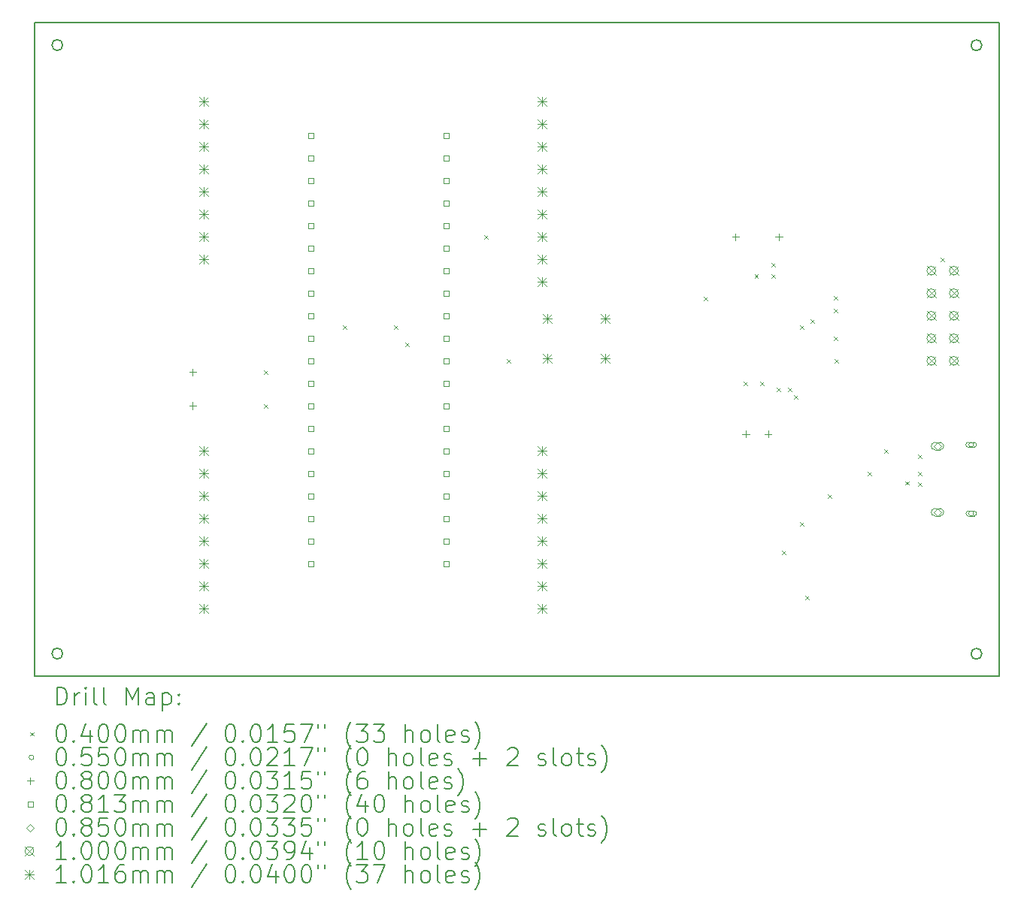
<source format=gbr>
%TF.GenerationSoftware,KiCad,Pcbnew,8.0.1*%
%TF.CreationDate,2024-04-28T19:56:51+02:00*%
%TF.ProjectId,Atmega16-32 Development Board,41746d65-6761-4313-962d-333220446576,V1.0*%
%TF.SameCoordinates,PX1e47770PY791ddc0*%
%TF.FileFunction,Drillmap*%
%TF.FilePolarity,Positive*%
%FSLAX45Y45*%
G04 Gerber Fmt 4.5, Leading zero omitted, Abs format (unit mm)*
G04 Created by KiCad (PCBNEW 8.0.1) date 2024-04-28 19:56:51*
%MOMM*%
%LPD*%
G01*
G04 APERTURE LIST*
%ADD10C,0.200000*%
%ADD11C,0.100000*%
%ADD12C,0.101600*%
G04 APERTURE END LIST*
D10*
X315000Y7114500D02*
G75*
G02*
X193000Y7114500I-61000J0D01*
G01*
X193000Y7114500D02*
G75*
G02*
X315000Y7114500I61000J0D01*
G01*
X10665500Y254000D02*
G75*
G02*
X10543500Y254000I-61000J0D01*
G01*
X10543500Y254000D02*
G75*
G02*
X10665500Y254000I61000J0D01*
G01*
X10665500Y7112000D02*
G75*
G02*
X10543500Y7112000I-61000J0D01*
G01*
X10543500Y7112000D02*
G75*
G02*
X10665500Y7112000I61000J0D01*
G01*
X10858500Y0D02*
X0Y0D01*
X0Y0D02*
X0Y7366000D01*
X0Y7366000D02*
X10858500Y7366000D01*
X10858500Y7366000D02*
X10858500Y0D01*
X315000Y256500D02*
G75*
G02*
X193000Y256500I-61000J0D01*
G01*
X193000Y256500D02*
G75*
G02*
X315000Y256500I61000J0D01*
G01*
D11*
X2583500Y3449000D02*
X2623500Y3409000D01*
X2623500Y3449000D02*
X2583500Y3409000D01*
X2583500Y3068000D02*
X2623500Y3028000D01*
X2623500Y3068000D02*
X2583500Y3028000D01*
X3472500Y3957000D02*
X3512500Y3917000D01*
X3512500Y3957000D02*
X3472500Y3917000D01*
X4044000Y3957000D02*
X4084000Y3917000D01*
X4084000Y3957000D02*
X4044000Y3917000D01*
X4171000Y3757500D02*
X4211000Y3717500D01*
X4211000Y3757500D02*
X4171000Y3717500D01*
X5060000Y4973000D02*
X5100000Y4933000D01*
X5100000Y4973000D02*
X5060000Y4933000D01*
X5314000Y3576000D02*
X5354000Y3536000D01*
X5354000Y3576000D02*
X5314000Y3536000D01*
X7536500Y4274500D02*
X7576500Y4234500D01*
X7576500Y4274500D02*
X7536500Y4234500D01*
X7980965Y3321965D02*
X8020965Y3281965D01*
X8020965Y3321965D02*
X7980965Y3281965D01*
X8105465Y4528465D02*
X8145465Y4488465D01*
X8145465Y4528465D02*
X8105465Y4488465D01*
X8171465Y3321965D02*
X8211465Y3281965D01*
X8211465Y3321965D02*
X8171465Y3281965D01*
X8298465Y4655465D02*
X8338465Y4615465D01*
X8338465Y4655465D02*
X8298465Y4615465D01*
X8298465Y4528465D02*
X8338465Y4488465D01*
X8338465Y4528465D02*
X8298465Y4488465D01*
X8353000Y3249465D02*
X8393000Y3209465D01*
X8393000Y3249465D02*
X8353000Y3209465D01*
X8416500Y1417000D02*
X8456500Y1377000D01*
X8456500Y1417000D02*
X8416500Y1377000D01*
X8480000Y3251965D02*
X8520000Y3211965D01*
X8520000Y3251965D02*
X8480000Y3211965D01*
X8552500Y3169965D02*
X8592500Y3129965D01*
X8592500Y3169965D02*
X8552500Y3129965D01*
X8615965Y3956965D02*
X8655965Y3916965D01*
X8655965Y3956965D02*
X8615965Y3916965D01*
X8615965Y1734465D02*
X8655965Y1694465D01*
X8655965Y1734465D02*
X8615965Y1694465D01*
X8679500Y909000D02*
X8719500Y869000D01*
X8719500Y909000D02*
X8679500Y869000D01*
X8733965Y4020465D02*
X8773965Y3980465D01*
X8773965Y4020465D02*
X8733965Y3980465D01*
X8933465Y2051965D02*
X8973465Y2011965D01*
X8973465Y2051965D02*
X8933465Y2011965D01*
X8996965Y4283465D02*
X9036965Y4243465D01*
X9036965Y4283465D02*
X8996965Y4243465D01*
X8996965Y4138465D02*
X9036965Y4098465D01*
X9036965Y4138465D02*
X8996965Y4098465D01*
X8996965Y3829965D02*
X9036965Y3789965D01*
X9036965Y3829965D02*
X8996965Y3789965D01*
X9005965Y3575965D02*
X9045965Y3535965D01*
X9045965Y3575965D02*
X9005965Y3535965D01*
X9377965Y2305965D02*
X9417965Y2265965D01*
X9417965Y2305965D02*
X9377965Y2265965D01*
X9568465Y2559965D02*
X9608465Y2519965D01*
X9608465Y2559965D02*
X9568465Y2519965D01*
X9804465Y2196965D02*
X9844465Y2156965D01*
X9844465Y2196965D02*
X9804465Y2156965D01*
X9949465Y2496465D02*
X9989465Y2456465D01*
X9989465Y2496465D02*
X9949465Y2456465D01*
X9949465Y2305965D02*
X9989465Y2265965D01*
X9989465Y2305965D02*
X9949465Y2265965D01*
X9949465Y2184965D02*
X9989465Y2144965D01*
X9989465Y2184965D02*
X9949465Y2144965D01*
X10203465Y4718965D02*
X10243465Y4678965D01*
X10243465Y4718965D02*
X10203465Y4678965D01*
X10572965Y2609965D02*
G75*
G02*
X10517965Y2609965I-27500J0D01*
G01*
X10517965Y2609965D02*
G75*
G02*
X10572965Y2609965I27500J0D01*
G01*
X10512965Y2582465D02*
X10577965Y2582465D01*
X10577965Y2637465D02*
G75*
G02*
X10577965Y2582465I0J-27500D01*
G01*
X10577965Y2637465D02*
X10512965Y2637465D01*
X10512965Y2637465D02*
G75*
G03*
X10512965Y2582465I0J-27500D01*
G01*
X10572965Y1834965D02*
G75*
G02*
X10517965Y1834965I-27500J0D01*
G01*
X10517965Y1834965D02*
G75*
G02*
X10572965Y1834965I27500J0D01*
G01*
X10512965Y1807465D02*
X10577965Y1807465D01*
X10577965Y1862465D02*
G75*
G02*
X10577965Y1807465I0J-27500D01*
G01*
X10577965Y1862465D02*
X10512965Y1862465D01*
X10512965Y1862465D02*
G75*
G03*
X10512965Y1807465I0J-27500D01*
G01*
X1778000Y3468500D02*
X1778000Y3388500D01*
X1738000Y3428500D02*
X1818000Y3428500D01*
X1778000Y3088500D02*
X1778000Y3008500D01*
X1738000Y3048500D02*
X1818000Y3048500D01*
X7891965Y4992965D02*
X7891965Y4912965D01*
X7851965Y4952965D02*
X7931965Y4952965D01*
X8007454Y2770465D02*
X8007454Y2690465D01*
X7967454Y2730465D02*
X8047454Y2730465D01*
X8257454Y2770465D02*
X8257454Y2690465D01*
X8217454Y2730465D02*
X8297454Y2730465D01*
X8381965Y4992965D02*
X8381965Y4912965D01*
X8341965Y4952965D02*
X8421965Y4952965D01*
X3140237Y6067263D02*
X3140237Y6124737D01*
X3082763Y6124737D01*
X3082763Y6067263D01*
X3140237Y6067263D01*
X3140237Y5813263D02*
X3140237Y5870737D01*
X3082763Y5870737D01*
X3082763Y5813263D01*
X3140237Y5813263D01*
X3140237Y5559263D02*
X3140237Y5616737D01*
X3082763Y5616737D01*
X3082763Y5559263D01*
X3140237Y5559263D01*
X3140237Y5305263D02*
X3140237Y5362737D01*
X3082763Y5362737D01*
X3082763Y5305263D01*
X3140237Y5305263D01*
X3140237Y5051263D02*
X3140237Y5108737D01*
X3082763Y5108737D01*
X3082763Y5051263D01*
X3140237Y5051263D01*
X3140237Y4797263D02*
X3140237Y4854737D01*
X3082763Y4854737D01*
X3082763Y4797263D01*
X3140237Y4797263D01*
X3140237Y4543263D02*
X3140237Y4600737D01*
X3082763Y4600737D01*
X3082763Y4543263D01*
X3140237Y4543263D01*
X3140237Y4289263D02*
X3140237Y4346737D01*
X3082763Y4346737D01*
X3082763Y4289263D01*
X3140237Y4289263D01*
X3140237Y4035263D02*
X3140237Y4092737D01*
X3082763Y4092737D01*
X3082763Y4035263D01*
X3140237Y4035263D01*
X3140237Y3781263D02*
X3140237Y3838737D01*
X3082763Y3838737D01*
X3082763Y3781263D01*
X3140237Y3781263D01*
X3140237Y3527263D02*
X3140237Y3584737D01*
X3082763Y3584737D01*
X3082763Y3527263D01*
X3140237Y3527263D01*
X3140237Y3273263D02*
X3140237Y3330737D01*
X3082763Y3330737D01*
X3082763Y3273263D01*
X3140237Y3273263D01*
X3140237Y3019263D02*
X3140237Y3076737D01*
X3082763Y3076737D01*
X3082763Y3019263D01*
X3140237Y3019263D01*
X3140237Y2765263D02*
X3140237Y2822737D01*
X3082763Y2822737D01*
X3082763Y2765263D01*
X3140237Y2765263D01*
X3140237Y2511263D02*
X3140237Y2568737D01*
X3082763Y2568737D01*
X3082763Y2511263D01*
X3140237Y2511263D01*
X3140237Y2257263D02*
X3140237Y2314737D01*
X3082763Y2314737D01*
X3082763Y2257263D01*
X3140237Y2257263D01*
X3140237Y2003263D02*
X3140237Y2060737D01*
X3082763Y2060737D01*
X3082763Y2003263D01*
X3140237Y2003263D01*
X3140237Y1749263D02*
X3140237Y1806737D01*
X3082763Y1806737D01*
X3082763Y1749263D01*
X3140237Y1749263D01*
X3140237Y1495263D02*
X3140237Y1552737D01*
X3082763Y1552737D01*
X3082763Y1495263D01*
X3140237Y1495263D01*
X3140237Y1241263D02*
X3140237Y1298737D01*
X3082763Y1298737D01*
X3082763Y1241263D01*
X3140237Y1241263D01*
X4664237Y6067263D02*
X4664237Y6124737D01*
X4606763Y6124737D01*
X4606763Y6067263D01*
X4664237Y6067263D01*
X4664237Y5813263D02*
X4664237Y5870737D01*
X4606763Y5870737D01*
X4606763Y5813263D01*
X4664237Y5813263D01*
X4664237Y5559263D02*
X4664237Y5616737D01*
X4606763Y5616737D01*
X4606763Y5559263D01*
X4664237Y5559263D01*
X4664237Y5305263D02*
X4664237Y5362737D01*
X4606763Y5362737D01*
X4606763Y5305263D01*
X4664237Y5305263D01*
X4664237Y5051263D02*
X4664237Y5108737D01*
X4606763Y5108737D01*
X4606763Y5051263D01*
X4664237Y5051263D01*
X4664237Y4797263D02*
X4664237Y4854737D01*
X4606763Y4854737D01*
X4606763Y4797263D01*
X4664237Y4797263D01*
X4664237Y4543263D02*
X4664237Y4600737D01*
X4606763Y4600737D01*
X4606763Y4543263D01*
X4664237Y4543263D01*
X4664237Y4289263D02*
X4664237Y4346737D01*
X4606763Y4346737D01*
X4606763Y4289263D01*
X4664237Y4289263D01*
X4664237Y4035263D02*
X4664237Y4092737D01*
X4606763Y4092737D01*
X4606763Y4035263D01*
X4664237Y4035263D01*
X4664237Y3781263D02*
X4664237Y3838737D01*
X4606763Y3838737D01*
X4606763Y3781263D01*
X4664237Y3781263D01*
X4664237Y3527263D02*
X4664237Y3584737D01*
X4606763Y3584737D01*
X4606763Y3527263D01*
X4664237Y3527263D01*
X4664237Y3273263D02*
X4664237Y3330737D01*
X4606763Y3330737D01*
X4606763Y3273263D01*
X4664237Y3273263D01*
X4664237Y3019263D02*
X4664237Y3076737D01*
X4606763Y3076737D01*
X4606763Y3019263D01*
X4664237Y3019263D01*
X4664237Y2765263D02*
X4664237Y2822737D01*
X4606763Y2822737D01*
X4606763Y2765263D01*
X4664237Y2765263D01*
X4664237Y2511263D02*
X4664237Y2568737D01*
X4606763Y2568737D01*
X4606763Y2511263D01*
X4664237Y2511263D01*
X4664237Y2257263D02*
X4664237Y2314737D01*
X4606763Y2314737D01*
X4606763Y2257263D01*
X4664237Y2257263D01*
X4664237Y2003263D02*
X4664237Y2060737D01*
X4606763Y2060737D01*
X4606763Y2003263D01*
X4664237Y2003263D01*
X4664237Y1749263D02*
X4664237Y1806737D01*
X4606763Y1806737D01*
X4606763Y1749263D01*
X4664237Y1749263D01*
X4664237Y1495263D02*
X4664237Y1552737D01*
X4606763Y1552737D01*
X4606763Y1495263D01*
X4664237Y1495263D01*
X4664237Y1241263D02*
X4664237Y1298737D01*
X4606763Y1298737D01*
X4606763Y1241263D01*
X4664237Y1241263D01*
X10165465Y2552465D02*
X10207965Y2594965D01*
X10165465Y2637465D01*
X10122965Y2594965D01*
X10165465Y2552465D01*
X10137965Y2552465D02*
X10192965Y2552465D01*
X10192965Y2637465D02*
G75*
G02*
X10192965Y2552465I0J-42500D01*
G01*
X10192965Y2637465D02*
X10137965Y2637465D01*
X10137965Y2637465D02*
G75*
G03*
X10137965Y2552465I0J-42500D01*
G01*
X10165465Y1807465D02*
X10207965Y1849965D01*
X10165465Y1892465D01*
X10122965Y1849965D01*
X10165465Y1807465D01*
X10137965Y1807465D02*
X10192965Y1807465D01*
X10192965Y1892465D02*
G75*
G02*
X10192965Y1807465I0J-42500D01*
G01*
X10192965Y1892465D02*
X10137965Y1892465D01*
X10137965Y1892465D02*
G75*
G03*
X10137965Y1807465I0J-42500D01*
G01*
X10046465Y4621965D02*
X10146465Y4521965D01*
X10146465Y4621965D02*
X10046465Y4521965D01*
X10146465Y4571965D02*
G75*
G02*
X10046465Y4571965I-50000J0D01*
G01*
X10046465Y4571965D02*
G75*
G02*
X10146465Y4571965I50000J0D01*
G01*
X10046465Y4367965D02*
X10146465Y4267965D01*
X10146465Y4367965D02*
X10046465Y4267965D01*
X10146465Y4317965D02*
G75*
G02*
X10046465Y4317965I-50000J0D01*
G01*
X10046465Y4317965D02*
G75*
G02*
X10146465Y4317965I50000J0D01*
G01*
X10046465Y4113965D02*
X10146465Y4013965D01*
X10146465Y4113965D02*
X10046465Y4013965D01*
X10146465Y4063965D02*
G75*
G02*
X10046465Y4063965I-50000J0D01*
G01*
X10046465Y4063965D02*
G75*
G02*
X10146465Y4063965I50000J0D01*
G01*
X10046465Y3859965D02*
X10146465Y3759965D01*
X10146465Y3859965D02*
X10046465Y3759965D01*
X10146465Y3809965D02*
G75*
G02*
X10046465Y3809965I-50000J0D01*
G01*
X10046465Y3809965D02*
G75*
G02*
X10146465Y3809965I50000J0D01*
G01*
X10046465Y3605965D02*
X10146465Y3505965D01*
X10146465Y3605965D02*
X10046465Y3505965D01*
X10146465Y3555965D02*
G75*
G02*
X10046465Y3555965I-50000J0D01*
G01*
X10046465Y3555965D02*
G75*
G02*
X10146465Y3555965I50000J0D01*
G01*
X10300465Y4621965D02*
X10400465Y4521965D01*
X10400465Y4621965D02*
X10300465Y4521965D01*
X10400465Y4571965D02*
G75*
G02*
X10300465Y4571965I-50000J0D01*
G01*
X10300465Y4571965D02*
G75*
G02*
X10400465Y4571965I50000J0D01*
G01*
X10300465Y4367965D02*
X10400465Y4267965D01*
X10400465Y4367965D02*
X10300465Y4267965D01*
X10400465Y4317965D02*
G75*
G02*
X10300465Y4317965I-50000J0D01*
G01*
X10300465Y4317965D02*
G75*
G02*
X10400465Y4317965I50000J0D01*
G01*
X10300465Y4113965D02*
X10400465Y4013965D01*
X10400465Y4113965D02*
X10300465Y4013965D01*
X10400465Y4063965D02*
G75*
G02*
X10300465Y4063965I-50000J0D01*
G01*
X10300465Y4063965D02*
G75*
G02*
X10400465Y4063965I50000J0D01*
G01*
X10300465Y3859965D02*
X10400465Y3759965D01*
X10400465Y3859965D02*
X10300465Y3759965D01*
X10400465Y3809965D02*
G75*
G02*
X10300465Y3809965I-50000J0D01*
G01*
X10300465Y3809965D02*
G75*
G02*
X10400465Y3809965I50000J0D01*
G01*
X10300465Y3605965D02*
X10400465Y3505965D01*
X10400465Y3605965D02*
X10300465Y3505965D01*
X10400465Y3555965D02*
G75*
G02*
X10300465Y3555965I-50000J0D01*
G01*
X10300465Y3555965D02*
G75*
G02*
X10400465Y3555965I50000J0D01*
G01*
D12*
X1854200Y6527800D02*
X1955800Y6426200D01*
X1955800Y6527800D02*
X1854200Y6426200D01*
X1905000Y6527800D02*
X1905000Y6426200D01*
X1854200Y6477000D02*
X1955800Y6477000D01*
X1854200Y6273800D02*
X1955800Y6172200D01*
X1955800Y6273800D02*
X1854200Y6172200D01*
X1905000Y6273800D02*
X1905000Y6172200D01*
X1854200Y6223000D02*
X1955800Y6223000D01*
X1854200Y6019800D02*
X1955800Y5918200D01*
X1955800Y6019800D02*
X1854200Y5918200D01*
X1905000Y6019800D02*
X1905000Y5918200D01*
X1854200Y5969000D02*
X1955800Y5969000D01*
X1854200Y5765800D02*
X1955800Y5664200D01*
X1955800Y5765800D02*
X1854200Y5664200D01*
X1905000Y5765800D02*
X1905000Y5664200D01*
X1854200Y5715000D02*
X1955800Y5715000D01*
X1854200Y5511800D02*
X1955800Y5410200D01*
X1955800Y5511800D02*
X1854200Y5410200D01*
X1905000Y5511800D02*
X1905000Y5410200D01*
X1854200Y5461000D02*
X1955800Y5461000D01*
X1854200Y5257800D02*
X1955800Y5156200D01*
X1955800Y5257800D02*
X1854200Y5156200D01*
X1905000Y5257800D02*
X1905000Y5156200D01*
X1854200Y5207000D02*
X1955800Y5207000D01*
X1854200Y5003800D02*
X1955800Y4902200D01*
X1955800Y5003800D02*
X1854200Y4902200D01*
X1905000Y5003800D02*
X1905000Y4902200D01*
X1854200Y4953000D02*
X1955800Y4953000D01*
X1854200Y4749800D02*
X1955800Y4648200D01*
X1955800Y4749800D02*
X1854200Y4648200D01*
X1905000Y4749800D02*
X1905000Y4648200D01*
X1854200Y4699000D02*
X1955800Y4699000D01*
X1854200Y2590800D02*
X1955800Y2489200D01*
X1955800Y2590800D02*
X1854200Y2489200D01*
X1905000Y2590800D02*
X1905000Y2489200D01*
X1854200Y2540000D02*
X1955800Y2540000D01*
X1854200Y2336800D02*
X1955800Y2235200D01*
X1955800Y2336800D02*
X1854200Y2235200D01*
X1905000Y2336800D02*
X1905000Y2235200D01*
X1854200Y2286000D02*
X1955800Y2286000D01*
X1854200Y2082800D02*
X1955800Y1981200D01*
X1955800Y2082800D02*
X1854200Y1981200D01*
X1905000Y2082800D02*
X1905000Y1981200D01*
X1854200Y2032000D02*
X1955800Y2032000D01*
X1854200Y1828800D02*
X1955800Y1727200D01*
X1955800Y1828800D02*
X1854200Y1727200D01*
X1905000Y1828800D02*
X1905000Y1727200D01*
X1854200Y1778000D02*
X1955800Y1778000D01*
X1854200Y1574800D02*
X1955800Y1473200D01*
X1955800Y1574800D02*
X1854200Y1473200D01*
X1905000Y1574800D02*
X1905000Y1473200D01*
X1854200Y1524000D02*
X1955800Y1524000D01*
X1854200Y1320800D02*
X1955800Y1219200D01*
X1955800Y1320800D02*
X1854200Y1219200D01*
X1905000Y1320800D02*
X1905000Y1219200D01*
X1854200Y1270000D02*
X1955800Y1270000D01*
X1854200Y1066800D02*
X1955800Y965200D01*
X1955800Y1066800D02*
X1854200Y965200D01*
X1905000Y1066800D02*
X1905000Y965200D01*
X1854200Y1016000D02*
X1955800Y1016000D01*
X1854200Y812800D02*
X1955800Y711200D01*
X1955800Y812800D02*
X1854200Y711200D01*
X1905000Y812800D02*
X1905000Y711200D01*
X1854200Y762000D02*
X1955800Y762000D01*
X5664200Y6527800D02*
X5765800Y6426200D01*
X5765800Y6527800D02*
X5664200Y6426200D01*
X5715000Y6527800D02*
X5715000Y6426200D01*
X5664200Y6477000D02*
X5765800Y6477000D01*
X5664200Y6273800D02*
X5765800Y6172200D01*
X5765800Y6273800D02*
X5664200Y6172200D01*
X5715000Y6273800D02*
X5715000Y6172200D01*
X5664200Y6223000D02*
X5765800Y6223000D01*
X5664200Y6019800D02*
X5765800Y5918200D01*
X5765800Y6019800D02*
X5664200Y5918200D01*
X5715000Y6019800D02*
X5715000Y5918200D01*
X5664200Y5969000D02*
X5765800Y5969000D01*
X5664200Y5765800D02*
X5765800Y5664200D01*
X5765800Y5765800D02*
X5664200Y5664200D01*
X5715000Y5765800D02*
X5715000Y5664200D01*
X5664200Y5715000D02*
X5765800Y5715000D01*
X5664200Y5511800D02*
X5765800Y5410200D01*
X5765800Y5511800D02*
X5664200Y5410200D01*
X5715000Y5511800D02*
X5715000Y5410200D01*
X5664200Y5461000D02*
X5765800Y5461000D01*
X5664200Y5257800D02*
X5765800Y5156200D01*
X5765800Y5257800D02*
X5664200Y5156200D01*
X5715000Y5257800D02*
X5715000Y5156200D01*
X5664200Y5207000D02*
X5765800Y5207000D01*
X5664200Y5003800D02*
X5765800Y4902200D01*
X5765800Y5003800D02*
X5664200Y4902200D01*
X5715000Y5003800D02*
X5715000Y4902200D01*
X5664200Y4953000D02*
X5765800Y4953000D01*
X5664200Y4749800D02*
X5765800Y4648200D01*
X5765800Y4749800D02*
X5664200Y4648200D01*
X5715000Y4749800D02*
X5715000Y4648200D01*
X5664200Y4699000D02*
X5765800Y4699000D01*
X5664200Y4495800D02*
X5765800Y4394200D01*
X5765800Y4495800D02*
X5664200Y4394200D01*
X5715000Y4495800D02*
X5715000Y4394200D01*
X5664200Y4445000D02*
X5765800Y4445000D01*
X5664200Y2590800D02*
X5765800Y2489200D01*
X5765800Y2590800D02*
X5664200Y2489200D01*
X5715000Y2590800D02*
X5715000Y2489200D01*
X5664200Y2540000D02*
X5765800Y2540000D01*
X5664200Y2336800D02*
X5765800Y2235200D01*
X5765800Y2336800D02*
X5664200Y2235200D01*
X5715000Y2336800D02*
X5715000Y2235200D01*
X5664200Y2286000D02*
X5765800Y2286000D01*
X5664200Y2082800D02*
X5765800Y1981200D01*
X5765800Y2082800D02*
X5664200Y1981200D01*
X5715000Y2082800D02*
X5715000Y1981200D01*
X5664200Y2032000D02*
X5765800Y2032000D01*
X5664200Y1828800D02*
X5765800Y1727200D01*
X5765800Y1828800D02*
X5664200Y1727200D01*
X5715000Y1828800D02*
X5715000Y1727200D01*
X5664200Y1778000D02*
X5765800Y1778000D01*
X5664200Y1574800D02*
X5765800Y1473200D01*
X5765800Y1574800D02*
X5664200Y1473200D01*
X5715000Y1574800D02*
X5715000Y1473200D01*
X5664200Y1524000D02*
X5765800Y1524000D01*
X5664200Y1320800D02*
X5765800Y1219200D01*
X5765800Y1320800D02*
X5664200Y1219200D01*
X5715000Y1320800D02*
X5715000Y1219200D01*
X5664200Y1270000D02*
X5765800Y1270000D01*
X5664200Y1066800D02*
X5765800Y965200D01*
X5765800Y1066800D02*
X5664200Y965200D01*
X5715000Y1066800D02*
X5715000Y965200D01*
X5664200Y1016000D02*
X5765800Y1016000D01*
X5664200Y812800D02*
X5765800Y711200D01*
X5765800Y812800D02*
X5664200Y711200D01*
X5715000Y812800D02*
X5715000Y711200D01*
X5664200Y762000D02*
X5765800Y762000D01*
X5720080Y4086860D02*
X5821680Y3985260D01*
X5821680Y4086860D02*
X5720080Y3985260D01*
X5770880Y4086860D02*
X5770880Y3985260D01*
X5720080Y4036060D02*
X5821680Y4036060D01*
X5720080Y3634740D02*
X5821680Y3533140D01*
X5821680Y3634740D02*
X5720080Y3533140D01*
X5770880Y3634740D02*
X5770880Y3533140D01*
X5720080Y3583940D02*
X5821680Y3583940D01*
X6370320Y4086860D02*
X6471920Y3985260D01*
X6471920Y4086860D02*
X6370320Y3985260D01*
X6421120Y4086860D02*
X6421120Y3985260D01*
X6370320Y4036060D02*
X6471920Y4036060D01*
X6370320Y3634740D02*
X6471920Y3533140D01*
X6471920Y3634740D02*
X6370320Y3533140D01*
X6421120Y3634740D02*
X6421120Y3533140D01*
X6370320Y3583940D02*
X6471920Y3583940D01*
D10*
X250777Y-321484D02*
X250777Y-121484D01*
X250777Y-121484D02*
X298396Y-121484D01*
X298396Y-121484D02*
X326967Y-131008D01*
X326967Y-131008D02*
X346015Y-150055D01*
X346015Y-150055D02*
X355539Y-169103D01*
X355539Y-169103D02*
X365062Y-207198D01*
X365062Y-207198D02*
X365062Y-235769D01*
X365062Y-235769D02*
X355539Y-273865D01*
X355539Y-273865D02*
X346015Y-292912D01*
X346015Y-292912D02*
X326967Y-311960D01*
X326967Y-311960D02*
X298396Y-321484D01*
X298396Y-321484D02*
X250777Y-321484D01*
X450777Y-321484D02*
X450777Y-188150D01*
X450777Y-226246D02*
X460301Y-207198D01*
X460301Y-207198D02*
X469824Y-197674D01*
X469824Y-197674D02*
X488872Y-188150D01*
X488872Y-188150D02*
X507920Y-188150D01*
X574586Y-321484D02*
X574586Y-188150D01*
X574586Y-121484D02*
X565063Y-131008D01*
X565063Y-131008D02*
X574586Y-140531D01*
X574586Y-140531D02*
X584110Y-131008D01*
X584110Y-131008D02*
X574586Y-121484D01*
X574586Y-121484D02*
X574586Y-140531D01*
X698396Y-321484D02*
X679348Y-311960D01*
X679348Y-311960D02*
X669824Y-292912D01*
X669824Y-292912D02*
X669824Y-121484D01*
X803158Y-321484D02*
X784110Y-311960D01*
X784110Y-311960D02*
X774586Y-292912D01*
X774586Y-292912D02*
X774586Y-121484D01*
X1031729Y-321484D02*
X1031729Y-121484D01*
X1031729Y-121484D02*
X1098396Y-264341D01*
X1098396Y-264341D02*
X1165063Y-121484D01*
X1165063Y-121484D02*
X1165063Y-321484D01*
X1346015Y-321484D02*
X1346015Y-216722D01*
X1346015Y-216722D02*
X1336491Y-197674D01*
X1336491Y-197674D02*
X1317444Y-188150D01*
X1317444Y-188150D02*
X1279348Y-188150D01*
X1279348Y-188150D02*
X1260301Y-197674D01*
X1346015Y-311960D02*
X1326967Y-321484D01*
X1326967Y-321484D02*
X1279348Y-321484D01*
X1279348Y-321484D02*
X1260301Y-311960D01*
X1260301Y-311960D02*
X1250777Y-292912D01*
X1250777Y-292912D02*
X1250777Y-273865D01*
X1250777Y-273865D02*
X1260301Y-254817D01*
X1260301Y-254817D02*
X1279348Y-245293D01*
X1279348Y-245293D02*
X1326967Y-245293D01*
X1326967Y-245293D02*
X1346015Y-235769D01*
X1441253Y-188150D02*
X1441253Y-388150D01*
X1441253Y-197674D02*
X1460301Y-188150D01*
X1460301Y-188150D02*
X1498396Y-188150D01*
X1498396Y-188150D02*
X1517443Y-197674D01*
X1517443Y-197674D02*
X1526967Y-207198D01*
X1526967Y-207198D02*
X1536491Y-226246D01*
X1536491Y-226246D02*
X1536491Y-283389D01*
X1536491Y-283389D02*
X1526967Y-302436D01*
X1526967Y-302436D02*
X1517443Y-311960D01*
X1517443Y-311960D02*
X1498396Y-321484D01*
X1498396Y-321484D02*
X1460301Y-321484D01*
X1460301Y-321484D02*
X1441253Y-311960D01*
X1622205Y-302436D02*
X1631729Y-311960D01*
X1631729Y-311960D02*
X1622205Y-321484D01*
X1622205Y-321484D02*
X1612682Y-311960D01*
X1612682Y-311960D02*
X1622205Y-302436D01*
X1622205Y-302436D02*
X1622205Y-321484D01*
X1622205Y-197674D02*
X1631729Y-207198D01*
X1631729Y-207198D02*
X1622205Y-216722D01*
X1622205Y-216722D02*
X1612682Y-207198D01*
X1612682Y-207198D02*
X1622205Y-197674D01*
X1622205Y-197674D02*
X1622205Y-216722D01*
D11*
X-50000Y-630000D02*
X-10000Y-670000D01*
X-10000Y-630000D02*
X-50000Y-670000D01*
D10*
X288872Y-541484D02*
X307920Y-541484D01*
X307920Y-541484D02*
X326967Y-551008D01*
X326967Y-551008D02*
X336491Y-560531D01*
X336491Y-560531D02*
X346015Y-579579D01*
X346015Y-579579D02*
X355539Y-617674D01*
X355539Y-617674D02*
X355539Y-665293D01*
X355539Y-665293D02*
X346015Y-703388D01*
X346015Y-703388D02*
X336491Y-722436D01*
X336491Y-722436D02*
X326967Y-731960D01*
X326967Y-731960D02*
X307920Y-741484D01*
X307920Y-741484D02*
X288872Y-741484D01*
X288872Y-741484D02*
X269824Y-731960D01*
X269824Y-731960D02*
X260301Y-722436D01*
X260301Y-722436D02*
X250777Y-703388D01*
X250777Y-703388D02*
X241253Y-665293D01*
X241253Y-665293D02*
X241253Y-617674D01*
X241253Y-617674D02*
X250777Y-579579D01*
X250777Y-579579D02*
X260301Y-560531D01*
X260301Y-560531D02*
X269824Y-551008D01*
X269824Y-551008D02*
X288872Y-541484D01*
X441253Y-722436D02*
X450777Y-731960D01*
X450777Y-731960D02*
X441253Y-741484D01*
X441253Y-741484D02*
X431729Y-731960D01*
X431729Y-731960D02*
X441253Y-722436D01*
X441253Y-722436D02*
X441253Y-741484D01*
X622205Y-608150D02*
X622205Y-741484D01*
X574586Y-531960D02*
X526967Y-674817D01*
X526967Y-674817D02*
X650777Y-674817D01*
X765062Y-541484D02*
X784110Y-541484D01*
X784110Y-541484D02*
X803158Y-551008D01*
X803158Y-551008D02*
X812682Y-560531D01*
X812682Y-560531D02*
X822205Y-579579D01*
X822205Y-579579D02*
X831729Y-617674D01*
X831729Y-617674D02*
X831729Y-665293D01*
X831729Y-665293D02*
X822205Y-703388D01*
X822205Y-703388D02*
X812682Y-722436D01*
X812682Y-722436D02*
X803158Y-731960D01*
X803158Y-731960D02*
X784110Y-741484D01*
X784110Y-741484D02*
X765062Y-741484D01*
X765062Y-741484D02*
X746015Y-731960D01*
X746015Y-731960D02*
X736491Y-722436D01*
X736491Y-722436D02*
X726967Y-703388D01*
X726967Y-703388D02*
X717443Y-665293D01*
X717443Y-665293D02*
X717443Y-617674D01*
X717443Y-617674D02*
X726967Y-579579D01*
X726967Y-579579D02*
X736491Y-560531D01*
X736491Y-560531D02*
X746015Y-551008D01*
X746015Y-551008D02*
X765062Y-541484D01*
X955539Y-541484D02*
X974586Y-541484D01*
X974586Y-541484D02*
X993634Y-551008D01*
X993634Y-551008D02*
X1003158Y-560531D01*
X1003158Y-560531D02*
X1012682Y-579579D01*
X1012682Y-579579D02*
X1022205Y-617674D01*
X1022205Y-617674D02*
X1022205Y-665293D01*
X1022205Y-665293D02*
X1012682Y-703388D01*
X1012682Y-703388D02*
X1003158Y-722436D01*
X1003158Y-722436D02*
X993634Y-731960D01*
X993634Y-731960D02*
X974586Y-741484D01*
X974586Y-741484D02*
X955539Y-741484D01*
X955539Y-741484D02*
X936491Y-731960D01*
X936491Y-731960D02*
X926967Y-722436D01*
X926967Y-722436D02*
X917443Y-703388D01*
X917443Y-703388D02*
X907920Y-665293D01*
X907920Y-665293D02*
X907920Y-617674D01*
X907920Y-617674D02*
X917443Y-579579D01*
X917443Y-579579D02*
X926967Y-560531D01*
X926967Y-560531D02*
X936491Y-551008D01*
X936491Y-551008D02*
X955539Y-541484D01*
X1107920Y-741484D02*
X1107920Y-608150D01*
X1107920Y-627198D02*
X1117444Y-617674D01*
X1117444Y-617674D02*
X1136491Y-608150D01*
X1136491Y-608150D02*
X1165063Y-608150D01*
X1165063Y-608150D02*
X1184110Y-617674D01*
X1184110Y-617674D02*
X1193634Y-636722D01*
X1193634Y-636722D02*
X1193634Y-741484D01*
X1193634Y-636722D02*
X1203158Y-617674D01*
X1203158Y-617674D02*
X1222205Y-608150D01*
X1222205Y-608150D02*
X1250777Y-608150D01*
X1250777Y-608150D02*
X1269825Y-617674D01*
X1269825Y-617674D02*
X1279348Y-636722D01*
X1279348Y-636722D02*
X1279348Y-741484D01*
X1374586Y-741484D02*
X1374586Y-608150D01*
X1374586Y-627198D02*
X1384110Y-617674D01*
X1384110Y-617674D02*
X1403158Y-608150D01*
X1403158Y-608150D02*
X1431729Y-608150D01*
X1431729Y-608150D02*
X1450777Y-617674D01*
X1450777Y-617674D02*
X1460301Y-636722D01*
X1460301Y-636722D02*
X1460301Y-741484D01*
X1460301Y-636722D02*
X1469824Y-617674D01*
X1469824Y-617674D02*
X1488872Y-608150D01*
X1488872Y-608150D02*
X1517443Y-608150D01*
X1517443Y-608150D02*
X1536491Y-617674D01*
X1536491Y-617674D02*
X1546015Y-636722D01*
X1546015Y-636722D02*
X1546015Y-741484D01*
X1936491Y-531960D02*
X1765063Y-789103D01*
X2193634Y-541484D02*
X2212682Y-541484D01*
X2212682Y-541484D02*
X2231729Y-551008D01*
X2231729Y-551008D02*
X2241253Y-560531D01*
X2241253Y-560531D02*
X2250777Y-579579D01*
X2250777Y-579579D02*
X2260301Y-617674D01*
X2260301Y-617674D02*
X2260301Y-665293D01*
X2260301Y-665293D02*
X2250777Y-703388D01*
X2250777Y-703388D02*
X2241253Y-722436D01*
X2241253Y-722436D02*
X2231729Y-731960D01*
X2231729Y-731960D02*
X2212682Y-741484D01*
X2212682Y-741484D02*
X2193634Y-741484D01*
X2193634Y-741484D02*
X2174587Y-731960D01*
X2174587Y-731960D02*
X2165063Y-722436D01*
X2165063Y-722436D02*
X2155539Y-703388D01*
X2155539Y-703388D02*
X2146015Y-665293D01*
X2146015Y-665293D02*
X2146015Y-617674D01*
X2146015Y-617674D02*
X2155539Y-579579D01*
X2155539Y-579579D02*
X2165063Y-560531D01*
X2165063Y-560531D02*
X2174587Y-551008D01*
X2174587Y-551008D02*
X2193634Y-541484D01*
X2346015Y-722436D02*
X2355539Y-731960D01*
X2355539Y-731960D02*
X2346015Y-741484D01*
X2346015Y-741484D02*
X2336491Y-731960D01*
X2336491Y-731960D02*
X2346015Y-722436D01*
X2346015Y-722436D02*
X2346015Y-741484D01*
X2479348Y-541484D02*
X2498396Y-541484D01*
X2498396Y-541484D02*
X2517444Y-551008D01*
X2517444Y-551008D02*
X2526968Y-560531D01*
X2526968Y-560531D02*
X2536491Y-579579D01*
X2536491Y-579579D02*
X2546015Y-617674D01*
X2546015Y-617674D02*
X2546015Y-665293D01*
X2546015Y-665293D02*
X2536491Y-703388D01*
X2536491Y-703388D02*
X2526968Y-722436D01*
X2526968Y-722436D02*
X2517444Y-731960D01*
X2517444Y-731960D02*
X2498396Y-741484D01*
X2498396Y-741484D02*
X2479348Y-741484D01*
X2479348Y-741484D02*
X2460301Y-731960D01*
X2460301Y-731960D02*
X2450777Y-722436D01*
X2450777Y-722436D02*
X2441253Y-703388D01*
X2441253Y-703388D02*
X2431729Y-665293D01*
X2431729Y-665293D02*
X2431729Y-617674D01*
X2431729Y-617674D02*
X2441253Y-579579D01*
X2441253Y-579579D02*
X2450777Y-560531D01*
X2450777Y-560531D02*
X2460301Y-551008D01*
X2460301Y-551008D02*
X2479348Y-541484D01*
X2736491Y-741484D02*
X2622206Y-741484D01*
X2679348Y-741484D02*
X2679348Y-541484D01*
X2679348Y-541484D02*
X2660301Y-570055D01*
X2660301Y-570055D02*
X2641253Y-589103D01*
X2641253Y-589103D02*
X2622206Y-598627D01*
X2917444Y-541484D02*
X2822206Y-541484D01*
X2822206Y-541484D02*
X2812682Y-636722D01*
X2812682Y-636722D02*
X2822206Y-627198D01*
X2822206Y-627198D02*
X2841253Y-617674D01*
X2841253Y-617674D02*
X2888872Y-617674D01*
X2888872Y-617674D02*
X2907920Y-627198D01*
X2907920Y-627198D02*
X2917444Y-636722D01*
X2917444Y-636722D02*
X2926967Y-655770D01*
X2926967Y-655770D02*
X2926967Y-703388D01*
X2926967Y-703388D02*
X2917444Y-722436D01*
X2917444Y-722436D02*
X2907920Y-731960D01*
X2907920Y-731960D02*
X2888872Y-741484D01*
X2888872Y-741484D02*
X2841253Y-741484D01*
X2841253Y-741484D02*
X2822206Y-731960D01*
X2822206Y-731960D02*
X2812682Y-722436D01*
X2993634Y-541484D02*
X3126967Y-541484D01*
X3126967Y-541484D02*
X3041253Y-741484D01*
X3193634Y-541484D02*
X3193634Y-579579D01*
X3269825Y-541484D02*
X3269825Y-579579D01*
X3565063Y-817674D02*
X3555539Y-808150D01*
X3555539Y-808150D02*
X3536491Y-779579D01*
X3536491Y-779579D02*
X3526968Y-760531D01*
X3526968Y-760531D02*
X3517444Y-731960D01*
X3517444Y-731960D02*
X3507920Y-684341D01*
X3507920Y-684341D02*
X3507920Y-646246D01*
X3507920Y-646246D02*
X3517444Y-598627D01*
X3517444Y-598627D02*
X3526968Y-570055D01*
X3526968Y-570055D02*
X3536491Y-551008D01*
X3536491Y-551008D02*
X3555539Y-522436D01*
X3555539Y-522436D02*
X3565063Y-512912D01*
X3622206Y-541484D02*
X3746015Y-541484D01*
X3746015Y-541484D02*
X3679348Y-617674D01*
X3679348Y-617674D02*
X3707920Y-617674D01*
X3707920Y-617674D02*
X3726968Y-627198D01*
X3726968Y-627198D02*
X3736491Y-636722D01*
X3736491Y-636722D02*
X3746015Y-655770D01*
X3746015Y-655770D02*
X3746015Y-703388D01*
X3746015Y-703388D02*
X3736491Y-722436D01*
X3736491Y-722436D02*
X3726968Y-731960D01*
X3726968Y-731960D02*
X3707920Y-741484D01*
X3707920Y-741484D02*
X3650777Y-741484D01*
X3650777Y-741484D02*
X3631729Y-731960D01*
X3631729Y-731960D02*
X3622206Y-722436D01*
X3812682Y-541484D02*
X3936491Y-541484D01*
X3936491Y-541484D02*
X3869825Y-617674D01*
X3869825Y-617674D02*
X3898396Y-617674D01*
X3898396Y-617674D02*
X3917444Y-627198D01*
X3917444Y-627198D02*
X3926968Y-636722D01*
X3926968Y-636722D02*
X3936491Y-655770D01*
X3936491Y-655770D02*
X3936491Y-703388D01*
X3936491Y-703388D02*
X3926968Y-722436D01*
X3926968Y-722436D02*
X3917444Y-731960D01*
X3917444Y-731960D02*
X3898396Y-741484D01*
X3898396Y-741484D02*
X3841253Y-741484D01*
X3841253Y-741484D02*
X3822206Y-731960D01*
X3822206Y-731960D02*
X3812682Y-722436D01*
X4174587Y-741484D02*
X4174587Y-541484D01*
X4260301Y-741484D02*
X4260301Y-636722D01*
X4260301Y-636722D02*
X4250777Y-617674D01*
X4250777Y-617674D02*
X4231730Y-608150D01*
X4231730Y-608150D02*
X4203158Y-608150D01*
X4203158Y-608150D02*
X4184110Y-617674D01*
X4184110Y-617674D02*
X4174587Y-627198D01*
X4384111Y-741484D02*
X4365063Y-731960D01*
X4365063Y-731960D02*
X4355539Y-722436D01*
X4355539Y-722436D02*
X4346015Y-703388D01*
X4346015Y-703388D02*
X4346015Y-646246D01*
X4346015Y-646246D02*
X4355539Y-627198D01*
X4355539Y-627198D02*
X4365063Y-617674D01*
X4365063Y-617674D02*
X4384111Y-608150D01*
X4384111Y-608150D02*
X4412682Y-608150D01*
X4412682Y-608150D02*
X4431730Y-617674D01*
X4431730Y-617674D02*
X4441253Y-627198D01*
X4441253Y-627198D02*
X4450777Y-646246D01*
X4450777Y-646246D02*
X4450777Y-703388D01*
X4450777Y-703388D02*
X4441253Y-722436D01*
X4441253Y-722436D02*
X4431730Y-731960D01*
X4431730Y-731960D02*
X4412682Y-741484D01*
X4412682Y-741484D02*
X4384111Y-741484D01*
X4565063Y-741484D02*
X4546015Y-731960D01*
X4546015Y-731960D02*
X4536492Y-712912D01*
X4536492Y-712912D02*
X4536492Y-541484D01*
X4717444Y-731960D02*
X4698396Y-741484D01*
X4698396Y-741484D02*
X4660301Y-741484D01*
X4660301Y-741484D02*
X4641253Y-731960D01*
X4641253Y-731960D02*
X4631730Y-712912D01*
X4631730Y-712912D02*
X4631730Y-636722D01*
X4631730Y-636722D02*
X4641253Y-617674D01*
X4641253Y-617674D02*
X4660301Y-608150D01*
X4660301Y-608150D02*
X4698396Y-608150D01*
X4698396Y-608150D02*
X4717444Y-617674D01*
X4717444Y-617674D02*
X4726968Y-636722D01*
X4726968Y-636722D02*
X4726968Y-655770D01*
X4726968Y-655770D02*
X4631730Y-674817D01*
X4803158Y-731960D02*
X4822206Y-741484D01*
X4822206Y-741484D02*
X4860301Y-741484D01*
X4860301Y-741484D02*
X4879349Y-731960D01*
X4879349Y-731960D02*
X4888873Y-712912D01*
X4888873Y-712912D02*
X4888873Y-703388D01*
X4888873Y-703388D02*
X4879349Y-684341D01*
X4879349Y-684341D02*
X4860301Y-674817D01*
X4860301Y-674817D02*
X4831730Y-674817D01*
X4831730Y-674817D02*
X4812682Y-665293D01*
X4812682Y-665293D02*
X4803158Y-646246D01*
X4803158Y-646246D02*
X4803158Y-636722D01*
X4803158Y-636722D02*
X4812682Y-617674D01*
X4812682Y-617674D02*
X4831730Y-608150D01*
X4831730Y-608150D02*
X4860301Y-608150D01*
X4860301Y-608150D02*
X4879349Y-617674D01*
X4955539Y-817674D02*
X4965063Y-808150D01*
X4965063Y-808150D02*
X4984111Y-779579D01*
X4984111Y-779579D02*
X4993634Y-760531D01*
X4993634Y-760531D02*
X5003158Y-731960D01*
X5003158Y-731960D02*
X5012682Y-684341D01*
X5012682Y-684341D02*
X5012682Y-646246D01*
X5012682Y-646246D02*
X5003158Y-598627D01*
X5003158Y-598627D02*
X4993634Y-570055D01*
X4993634Y-570055D02*
X4984111Y-551008D01*
X4984111Y-551008D02*
X4965063Y-522436D01*
X4965063Y-522436D02*
X4955539Y-512912D01*
D11*
X-10000Y-914000D02*
G75*
G02*
X-65000Y-914000I-27500J0D01*
G01*
X-65000Y-914000D02*
G75*
G02*
X-10000Y-914000I27500J0D01*
G01*
D10*
X288872Y-805484D02*
X307920Y-805484D01*
X307920Y-805484D02*
X326967Y-815008D01*
X326967Y-815008D02*
X336491Y-824531D01*
X336491Y-824531D02*
X346015Y-843579D01*
X346015Y-843579D02*
X355539Y-881674D01*
X355539Y-881674D02*
X355539Y-929293D01*
X355539Y-929293D02*
X346015Y-967388D01*
X346015Y-967388D02*
X336491Y-986436D01*
X336491Y-986436D02*
X326967Y-995960D01*
X326967Y-995960D02*
X307920Y-1005484D01*
X307920Y-1005484D02*
X288872Y-1005484D01*
X288872Y-1005484D02*
X269824Y-995960D01*
X269824Y-995960D02*
X260301Y-986436D01*
X260301Y-986436D02*
X250777Y-967388D01*
X250777Y-967388D02*
X241253Y-929293D01*
X241253Y-929293D02*
X241253Y-881674D01*
X241253Y-881674D02*
X250777Y-843579D01*
X250777Y-843579D02*
X260301Y-824531D01*
X260301Y-824531D02*
X269824Y-815008D01*
X269824Y-815008D02*
X288872Y-805484D01*
X441253Y-986436D02*
X450777Y-995960D01*
X450777Y-995960D02*
X441253Y-1005484D01*
X441253Y-1005484D02*
X431729Y-995960D01*
X431729Y-995960D02*
X441253Y-986436D01*
X441253Y-986436D02*
X441253Y-1005484D01*
X631729Y-805484D02*
X536491Y-805484D01*
X536491Y-805484D02*
X526967Y-900722D01*
X526967Y-900722D02*
X536491Y-891198D01*
X536491Y-891198D02*
X555539Y-881674D01*
X555539Y-881674D02*
X603158Y-881674D01*
X603158Y-881674D02*
X622205Y-891198D01*
X622205Y-891198D02*
X631729Y-900722D01*
X631729Y-900722D02*
X641253Y-919769D01*
X641253Y-919769D02*
X641253Y-967388D01*
X641253Y-967388D02*
X631729Y-986436D01*
X631729Y-986436D02*
X622205Y-995960D01*
X622205Y-995960D02*
X603158Y-1005484D01*
X603158Y-1005484D02*
X555539Y-1005484D01*
X555539Y-1005484D02*
X536491Y-995960D01*
X536491Y-995960D02*
X526967Y-986436D01*
X822205Y-805484D02*
X726967Y-805484D01*
X726967Y-805484D02*
X717443Y-900722D01*
X717443Y-900722D02*
X726967Y-891198D01*
X726967Y-891198D02*
X746015Y-881674D01*
X746015Y-881674D02*
X793634Y-881674D01*
X793634Y-881674D02*
X812682Y-891198D01*
X812682Y-891198D02*
X822205Y-900722D01*
X822205Y-900722D02*
X831729Y-919769D01*
X831729Y-919769D02*
X831729Y-967388D01*
X831729Y-967388D02*
X822205Y-986436D01*
X822205Y-986436D02*
X812682Y-995960D01*
X812682Y-995960D02*
X793634Y-1005484D01*
X793634Y-1005484D02*
X746015Y-1005484D01*
X746015Y-1005484D02*
X726967Y-995960D01*
X726967Y-995960D02*
X717443Y-986436D01*
X955539Y-805484D02*
X974586Y-805484D01*
X974586Y-805484D02*
X993634Y-815008D01*
X993634Y-815008D02*
X1003158Y-824531D01*
X1003158Y-824531D02*
X1012682Y-843579D01*
X1012682Y-843579D02*
X1022205Y-881674D01*
X1022205Y-881674D02*
X1022205Y-929293D01*
X1022205Y-929293D02*
X1012682Y-967388D01*
X1012682Y-967388D02*
X1003158Y-986436D01*
X1003158Y-986436D02*
X993634Y-995960D01*
X993634Y-995960D02*
X974586Y-1005484D01*
X974586Y-1005484D02*
X955539Y-1005484D01*
X955539Y-1005484D02*
X936491Y-995960D01*
X936491Y-995960D02*
X926967Y-986436D01*
X926967Y-986436D02*
X917443Y-967388D01*
X917443Y-967388D02*
X907920Y-929293D01*
X907920Y-929293D02*
X907920Y-881674D01*
X907920Y-881674D02*
X917443Y-843579D01*
X917443Y-843579D02*
X926967Y-824531D01*
X926967Y-824531D02*
X936491Y-815008D01*
X936491Y-815008D02*
X955539Y-805484D01*
X1107920Y-1005484D02*
X1107920Y-872150D01*
X1107920Y-891198D02*
X1117444Y-881674D01*
X1117444Y-881674D02*
X1136491Y-872150D01*
X1136491Y-872150D02*
X1165063Y-872150D01*
X1165063Y-872150D02*
X1184110Y-881674D01*
X1184110Y-881674D02*
X1193634Y-900722D01*
X1193634Y-900722D02*
X1193634Y-1005484D01*
X1193634Y-900722D02*
X1203158Y-881674D01*
X1203158Y-881674D02*
X1222205Y-872150D01*
X1222205Y-872150D02*
X1250777Y-872150D01*
X1250777Y-872150D02*
X1269825Y-881674D01*
X1269825Y-881674D02*
X1279348Y-900722D01*
X1279348Y-900722D02*
X1279348Y-1005484D01*
X1374586Y-1005484D02*
X1374586Y-872150D01*
X1374586Y-891198D02*
X1384110Y-881674D01*
X1384110Y-881674D02*
X1403158Y-872150D01*
X1403158Y-872150D02*
X1431729Y-872150D01*
X1431729Y-872150D02*
X1450777Y-881674D01*
X1450777Y-881674D02*
X1460301Y-900722D01*
X1460301Y-900722D02*
X1460301Y-1005484D01*
X1460301Y-900722D02*
X1469824Y-881674D01*
X1469824Y-881674D02*
X1488872Y-872150D01*
X1488872Y-872150D02*
X1517443Y-872150D01*
X1517443Y-872150D02*
X1536491Y-881674D01*
X1536491Y-881674D02*
X1546015Y-900722D01*
X1546015Y-900722D02*
X1546015Y-1005484D01*
X1936491Y-795960D02*
X1765063Y-1053103D01*
X2193634Y-805484D02*
X2212682Y-805484D01*
X2212682Y-805484D02*
X2231729Y-815008D01*
X2231729Y-815008D02*
X2241253Y-824531D01*
X2241253Y-824531D02*
X2250777Y-843579D01*
X2250777Y-843579D02*
X2260301Y-881674D01*
X2260301Y-881674D02*
X2260301Y-929293D01*
X2260301Y-929293D02*
X2250777Y-967388D01*
X2250777Y-967388D02*
X2241253Y-986436D01*
X2241253Y-986436D02*
X2231729Y-995960D01*
X2231729Y-995960D02*
X2212682Y-1005484D01*
X2212682Y-1005484D02*
X2193634Y-1005484D01*
X2193634Y-1005484D02*
X2174587Y-995960D01*
X2174587Y-995960D02*
X2165063Y-986436D01*
X2165063Y-986436D02*
X2155539Y-967388D01*
X2155539Y-967388D02*
X2146015Y-929293D01*
X2146015Y-929293D02*
X2146015Y-881674D01*
X2146015Y-881674D02*
X2155539Y-843579D01*
X2155539Y-843579D02*
X2165063Y-824531D01*
X2165063Y-824531D02*
X2174587Y-815008D01*
X2174587Y-815008D02*
X2193634Y-805484D01*
X2346015Y-986436D02*
X2355539Y-995960D01*
X2355539Y-995960D02*
X2346015Y-1005484D01*
X2346015Y-1005484D02*
X2336491Y-995960D01*
X2336491Y-995960D02*
X2346015Y-986436D01*
X2346015Y-986436D02*
X2346015Y-1005484D01*
X2479348Y-805484D02*
X2498396Y-805484D01*
X2498396Y-805484D02*
X2517444Y-815008D01*
X2517444Y-815008D02*
X2526968Y-824531D01*
X2526968Y-824531D02*
X2536491Y-843579D01*
X2536491Y-843579D02*
X2546015Y-881674D01*
X2546015Y-881674D02*
X2546015Y-929293D01*
X2546015Y-929293D02*
X2536491Y-967388D01*
X2536491Y-967388D02*
X2526968Y-986436D01*
X2526968Y-986436D02*
X2517444Y-995960D01*
X2517444Y-995960D02*
X2498396Y-1005484D01*
X2498396Y-1005484D02*
X2479348Y-1005484D01*
X2479348Y-1005484D02*
X2460301Y-995960D01*
X2460301Y-995960D02*
X2450777Y-986436D01*
X2450777Y-986436D02*
X2441253Y-967388D01*
X2441253Y-967388D02*
X2431729Y-929293D01*
X2431729Y-929293D02*
X2431729Y-881674D01*
X2431729Y-881674D02*
X2441253Y-843579D01*
X2441253Y-843579D02*
X2450777Y-824531D01*
X2450777Y-824531D02*
X2460301Y-815008D01*
X2460301Y-815008D02*
X2479348Y-805484D01*
X2622206Y-824531D02*
X2631729Y-815008D01*
X2631729Y-815008D02*
X2650777Y-805484D01*
X2650777Y-805484D02*
X2698396Y-805484D01*
X2698396Y-805484D02*
X2717444Y-815008D01*
X2717444Y-815008D02*
X2726968Y-824531D01*
X2726968Y-824531D02*
X2736491Y-843579D01*
X2736491Y-843579D02*
X2736491Y-862627D01*
X2736491Y-862627D02*
X2726968Y-891198D01*
X2726968Y-891198D02*
X2612682Y-1005484D01*
X2612682Y-1005484D02*
X2736491Y-1005484D01*
X2926967Y-1005484D02*
X2812682Y-1005484D01*
X2869825Y-1005484D02*
X2869825Y-805484D01*
X2869825Y-805484D02*
X2850777Y-834055D01*
X2850777Y-834055D02*
X2831729Y-853103D01*
X2831729Y-853103D02*
X2812682Y-862627D01*
X2993634Y-805484D02*
X3126967Y-805484D01*
X3126967Y-805484D02*
X3041253Y-1005484D01*
X3193634Y-805484D02*
X3193634Y-843579D01*
X3269825Y-805484D02*
X3269825Y-843579D01*
X3565063Y-1081674D02*
X3555539Y-1072150D01*
X3555539Y-1072150D02*
X3536491Y-1043579D01*
X3536491Y-1043579D02*
X3526968Y-1024531D01*
X3526968Y-1024531D02*
X3517444Y-995960D01*
X3517444Y-995960D02*
X3507920Y-948341D01*
X3507920Y-948341D02*
X3507920Y-910246D01*
X3507920Y-910246D02*
X3517444Y-862627D01*
X3517444Y-862627D02*
X3526968Y-834055D01*
X3526968Y-834055D02*
X3536491Y-815008D01*
X3536491Y-815008D02*
X3555539Y-786436D01*
X3555539Y-786436D02*
X3565063Y-776912D01*
X3679348Y-805484D02*
X3698396Y-805484D01*
X3698396Y-805484D02*
X3717444Y-815008D01*
X3717444Y-815008D02*
X3726968Y-824531D01*
X3726968Y-824531D02*
X3736491Y-843579D01*
X3736491Y-843579D02*
X3746015Y-881674D01*
X3746015Y-881674D02*
X3746015Y-929293D01*
X3746015Y-929293D02*
X3736491Y-967388D01*
X3736491Y-967388D02*
X3726968Y-986436D01*
X3726968Y-986436D02*
X3717444Y-995960D01*
X3717444Y-995960D02*
X3698396Y-1005484D01*
X3698396Y-1005484D02*
X3679348Y-1005484D01*
X3679348Y-1005484D02*
X3660301Y-995960D01*
X3660301Y-995960D02*
X3650777Y-986436D01*
X3650777Y-986436D02*
X3641253Y-967388D01*
X3641253Y-967388D02*
X3631729Y-929293D01*
X3631729Y-929293D02*
X3631729Y-881674D01*
X3631729Y-881674D02*
X3641253Y-843579D01*
X3641253Y-843579D02*
X3650777Y-824531D01*
X3650777Y-824531D02*
X3660301Y-815008D01*
X3660301Y-815008D02*
X3679348Y-805484D01*
X3984110Y-1005484D02*
X3984110Y-805484D01*
X4069825Y-1005484D02*
X4069825Y-900722D01*
X4069825Y-900722D02*
X4060301Y-881674D01*
X4060301Y-881674D02*
X4041253Y-872150D01*
X4041253Y-872150D02*
X4012682Y-872150D01*
X4012682Y-872150D02*
X3993634Y-881674D01*
X3993634Y-881674D02*
X3984110Y-891198D01*
X4193634Y-1005484D02*
X4174587Y-995960D01*
X4174587Y-995960D02*
X4165063Y-986436D01*
X4165063Y-986436D02*
X4155539Y-967388D01*
X4155539Y-967388D02*
X4155539Y-910246D01*
X4155539Y-910246D02*
X4165063Y-891198D01*
X4165063Y-891198D02*
X4174587Y-881674D01*
X4174587Y-881674D02*
X4193634Y-872150D01*
X4193634Y-872150D02*
X4222206Y-872150D01*
X4222206Y-872150D02*
X4241253Y-881674D01*
X4241253Y-881674D02*
X4250777Y-891198D01*
X4250777Y-891198D02*
X4260301Y-910246D01*
X4260301Y-910246D02*
X4260301Y-967388D01*
X4260301Y-967388D02*
X4250777Y-986436D01*
X4250777Y-986436D02*
X4241253Y-995960D01*
X4241253Y-995960D02*
X4222206Y-1005484D01*
X4222206Y-1005484D02*
X4193634Y-1005484D01*
X4374587Y-1005484D02*
X4355539Y-995960D01*
X4355539Y-995960D02*
X4346015Y-976912D01*
X4346015Y-976912D02*
X4346015Y-805484D01*
X4526968Y-995960D02*
X4507920Y-1005484D01*
X4507920Y-1005484D02*
X4469825Y-1005484D01*
X4469825Y-1005484D02*
X4450777Y-995960D01*
X4450777Y-995960D02*
X4441253Y-976912D01*
X4441253Y-976912D02*
X4441253Y-900722D01*
X4441253Y-900722D02*
X4450777Y-881674D01*
X4450777Y-881674D02*
X4469825Y-872150D01*
X4469825Y-872150D02*
X4507920Y-872150D01*
X4507920Y-872150D02*
X4526968Y-881674D01*
X4526968Y-881674D02*
X4536492Y-900722D01*
X4536492Y-900722D02*
X4536492Y-919769D01*
X4536492Y-919769D02*
X4441253Y-938817D01*
X4612682Y-995960D02*
X4631730Y-1005484D01*
X4631730Y-1005484D02*
X4669825Y-1005484D01*
X4669825Y-1005484D02*
X4688873Y-995960D01*
X4688873Y-995960D02*
X4698396Y-976912D01*
X4698396Y-976912D02*
X4698396Y-967388D01*
X4698396Y-967388D02*
X4688873Y-948341D01*
X4688873Y-948341D02*
X4669825Y-938817D01*
X4669825Y-938817D02*
X4641253Y-938817D01*
X4641253Y-938817D02*
X4622206Y-929293D01*
X4622206Y-929293D02*
X4612682Y-910246D01*
X4612682Y-910246D02*
X4612682Y-900722D01*
X4612682Y-900722D02*
X4622206Y-881674D01*
X4622206Y-881674D02*
X4641253Y-872150D01*
X4641253Y-872150D02*
X4669825Y-872150D01*
X4669825Y-872150D02*
X4688873Y-881674D01*
X4936492Y-929293D02*
X5088873Y-929293D01*
X5012682Y-1005484D02*
X5012682Y-853103D01*
X5326968Y-824531D02*
X5336492Y-815008D01*
X5336492Y-815008D02*
X5355539Y-805484D01*
X5355539Y-805484D02*
X5403158Y-805484D01*
X5403158Y-805484D02*
X5422206Y-815008D01*
X5422206Y-815008D02*
X5431730Y-824531D01*
X5431730Y-824531D02*
X5441254Y-843579D01*
X5441254Y-843579D02*
X5441254Y-862627D01*
X5441254Y-862627D02*
X5431730Y-891198D01*
X5431730Y-891198D02*
X5317444Y-1005484D01*
X5317444Y-1005484D02*
X5441254Y-1005484D01*
X5669825Y-995960D02*
X5688873Y-1005484D01*
X5688873Y-1005484D02*
X5726968Y-1005484D01*
X5726968Y-1005484D02*
X5746015Y-995960D01*
X5746015Y-995960D02*
X5755539Y-976912D01*
X5755539Y-976912D02*
X5755539Y-967388D01*
X5755539Y-967388D02*
X5746015Y-948341D01*
X5746015Y-948341D02*
X5726968Y-938817D01*
X5726968Y-938817D02*
X5698396Y-938817D01*
X5698396Y-938817D02*
X5679349Y-929293D01*
X5679349Y-929293D02*
X5669825Y-910246D01*
X5669825Y-910246D02*
X5669825Y-900722D01*
X5669825Y-900722D02*
X5679349Y-881674D01*
X5679349Y-881674D02*
X5698396Y-872150D01*
X5698396Y-872150D02*
X5726968Y-872150D01*
X5726968Y-872150D02*
X5746015Y-881674D01*
X5869825Y-1005484D02*
X5850777Y-995960D01*
X5850777Y-995960D02*
X5841254Y-976912D01*
X5841254Y-976912D02*
X5841254Y-805484D01*
X5974587Y-1005484D02*
X5955539Y-995960D01*
X5955539Y-995960D02*
X5946015Y-986436D01*
X5946015Y-986436D02*
X5936492Y-967388D01*
X5936492Y-967388D02*
X5936492Y-910246D01*
X5936492Y-910246D02*
X5946015Y-891198D01*
X5946015Y-891198D02*
X5955539Y-881674D01*
X5955539Y-881674D02*
X5974587Y-872150D01*
X5974587Y-872150D02*
X6003158Y-872150D01*
X6003158Y-872150D02*
X6022206Y-881674D01*
X6022206Y-881674D02*
X6031730Y-891198D01*
X6031730Y-891198D02*
X6041254Y-910246D01*
X6041254Y-910246D02*
X6041254Y-967388D01*
X6041254Y-967388D02*
X6031730Y-986436D01*
X6031730Y-986436D02*
X6022206Y-995960D01*
X6022206Y-995960D02*
X6003158Y-1005484D01*
X6003158Y-1005484D02*
X5974587Y-1005484D01*
X6098396Y-872150D02*
X6174587Y-872150D01*
X6126968Y-805484D02*
X6126968Y-976912D01*
X6126968Y-976912D02*
X6136492Y-995960D01*
X6136492Y-995960D02*
X6155539Y-1005484D01*
X6155539Y-1005484D02*
X6174587Y-1005484D01*
X6231730Y-995960D02*
X6250777Y-1005484D01*
X6250777Y-1005484D02*
X6288873Y-1005484D01*
X6288873Y-1005484D02*
X6307920Y-995960D01*
X6307920Y-995960D02*
X6317444Y-976912D01*
X6317444Y-976912D02*
X6317444Y-967388D01*
X6317444Y-967388D02*
X6307920Y-948341D01*
X6307920Y-948341D02*
X6288873Y-938817D01*
X6288873Y-938817D02*
X6260301Y-938817D01*
X6260301Y-938817D02*
X6241254Y-929293D01*
X6241254Y-929293D02*
X6231730Y-910246D01*
X6231730Y-910246D02*
X6231730Y-900722D01*
X6231730Y-900722D02*
X6241254Y-881674D01*
X6241254Y-881674D02*
X6260301Y-872150D01*
X6260301Y-872150D02*
X6288873Y-872150D01*
X6288873Y-872150D02*
X6307920Y-881674D01*
X6384111Y-1081674D02*
X6393635Y-1072150D01*
X6393635Y-1072150D02*
X6412682Y-1043579D01*
X6412682Y-1043579D02*
X6422206Y-1024531D01*
X6422206Y-1024531D02*
X6431730Y-995960D01*
X6431730Y-995960D02*
X6441254Y-948341D01*
X6441254Y-948341D02*
X6441254Y-910246D01*
X6441254Y-910246D02*
X6431730Y-862627D01*
X6431730Y-862627D02*
X6422206Y-834055D01*
X6422206Y-834055D02*
X6412682Y-815008D01*
X6412682Y-815008D02*
X6393635Y-786436D01*
X6393635Y-786436D02*
X6384111Y-776912D01*
D11*
X-50000Y-1138000D02*
X-50000Y-1218000D01*
X-90000Y-1178000D02*
X-10000Y-1178000D01*
D10*
X288872Y-1069484D02*
X307920Y-1069484D01*
X307920Y-1069484D02*
X326967Y-1079008D01*
X326967Y-1079008D02*
X336491Y-1088531D01*
X336491Y-1088531D02*
X346015Y-1107579D01*
X346015Y-1107579D02*
X355539Y-1145674D01*
X355539Y-1145674D02*
X355539Y-1193293D01*
X355539Y-1193293D02*
X346015Y-1231389D01*
X346015Y-1231389D02*
X336491Y-1250436D01*
X336491Y-1250436D02*
X326967Y-1259960D01*
X326967Y-1259960D02*
X307920Y-1269484D01*
X307920Y-1269484D02*
X288872Y-1269484D01*
X288872Y-1269484D02*
X269824Y-1259960D01*
X269824Y-1259960D02*
X260301Y-1250436D01*
X260301Y-1250436D02*
X250777Y-1231389D01*
X250777Y-1231389D02*
X241253Y-1193293D01*
X241253Y-1193293D02*
X241253Y-1145674D01*
X241253Y-1145674D02*
X250777Y-1107579D01*
X250777Y-1107579D02*
X260301Y-1088531D01*
X260301Y-1088531D02*
X269824Y-1079008D01*
X269824Y-1079008D02*
X288872Y-1069484D01*
X441253Y-1250436D02*
X450777Y-1259960D01*
X450777Y-1259960D02*
X441253Y-1269484D01*
X441253Y-1269484D02*
X431729Y-1259960D01*
X431729Y-1259960D02*
X441253Y-1250436D01*
X441253Y-1250436D02*
X441253Y-1269484D01*
X565063Y-1155198D02*
X546015Y-1145674D01*
X546015Y-1145674D02*
X536491Y-1136150D01*
X536491Y-1136150D02*
X526967Y-1117103D01*
X526967Y-1117103D02*
X526967Y-1107579D01*
X526967Y-1107579D02*
X536491Y-1088531D01*
X536491Y-1088531D02*
X546015Y-1079008D01*
X546015Y-1079008D02*
X565063Y-1069484D01*
X565063Y-1069484D02*
X603158Y-1069484D01*
X603158Y-1069484D02*
X622205Y-1079008D01*
X622205Y-1079008D02*
X631729Y-1088531D01*
X631729Y-1088531D02*
X641253Y-1107579D01*
X641253Y-1107579D02*
X641253Y-1117103D01*
X641253Y-1117103D02*
X631729Y-1136150D01*
X631729Y-1136150D02*
X622205Y-1145674D01*
X622205Y-1145674D02*
X603158Y-1155198D01*
X603158Y-1155198D02*
X565063Y-1155198D01*
X565063Y-1155198D02*
X546015Y-1164722D01*
X546015Y-1164722D02*
X536491Y-1174246D01*
X536491Y-1174246D02*
X526967Y-1193293D01*
X526967Y-1193293D02*
X526967Y-1231389D01*
X526967Y-1231389D02*
X536491Y-1250436D01*
X536491Y-1250436D02*
X546015Y-1259960D01*
X546015Y-1259960D02*
X565063Y-1269484D01*
X565063Y-1269484D02*
X603158Y-1269484D01*
X603158Y-1269484D02*
X622205Y-1259960D01*
X622205Y-1259960D02*
X631729Y-1250436D01*
X631729Y-1250436D02*
X641253Y-1231389D01*
X641253Y-1231389D02*
X641253Y-1193293D01*
X641253Y-1193293D02*
X631729Y-1174246D01*
X631729Y-1174246D02*
X622205Y-1164722D01*
X622205Y-1164722D02*
X603158Y-1155198D01*
X765062Y-1069484D02*
X784110Y-1069484D01*
X784110Y-1069484D02*
X803158Y-1079008D01*
X803158Y-1079008D02*
X812682Y-1088531D01*
X812682Y-1088531D02*
X822205Y-1107579D01*
X822205Y-1107579D02*
X831729Y-1145674D01*
X831729Y-1145674D02*
X831729Y-1193293D01*
X831729Y-1193293D02*
X822205Y-1231389D01*
X822205Y-1231389D02*
X812682Y-1250436D01*
X812682Y-1250436D02*
X803158Y-1259960D01*
X803158Y-1259960D02*
X784110Y-1269484D01*
X784110Y-1269484D02*
X765062Y-1269484D01*
X765062Y-1269484D02*
X746015Y-1259960D01*
X746015Y-1259960D02*
X736491Y-1250436D01*
X736491Y-1250436D02*
X726967Y-1231389D01*
X726967Y-1231389D02*
X717443Y-1193293D01*
X717443Y-1193293D02*
X717443Y-1145674D01*
X717443Y-1145674D02*
X726967Y-1107579D01*
X726967Y-1107579D02*
X736491Y-1088531D01*
X736491Y-1088531D02*
X746015Y-1079008D01*
X746015Y-1079008D02*
X765062Y-1069484D01*
X955539Y-1069484D02*
X974586Y-1069484D01*
X974586Y-1069484D02*
X993634Y-1079008D01*
X993634Y-1079008D02*
X1003158Y-1088531D01*
X1003158Y-1088531D02*
X1012682Y-1107579D01*
X1012682Y-1107579D02*
X1022205Y-1145674D01*
X1022205Y-1145674D02*
X1022205Y-1193293D01*
X1022205Y-1193293D02*
X1012682Y-1231389D01*
X1012682Y-1231389D02*
X1003158Y-1250436D01*
X1003158Y-1250436D02*
X993634Y-1259960D01*
X993634Y-1259960D02*
X974586Y-1269484D01*
X974586Y-1269484D02*
X955539Y-1269484D01*
X955539Y-1269484D02*
X936491Y-1259960D01*
X936491Y-1259960D02*
X926967Y-1250436D01*
X926967Y-1250436D02*
X917443Y-1231389D01*
X917443Y-1231389D02*
X907920Y-1193293D01*
X907920Y-1193293D02*
X907920Y-1145674D01*
X907920Y-1145674D02*
X917443Y-1107579D01*
X917443Y-1107579D02*
X926967Y-1088531D01*
X926967Y-1088531D02*
X936491Y-1079008D01*
X936491Y-1079008D02*
X955539Y-1069484D01*
X1107920Y-1269484D02*
X1107920Y-1136150D01*
X1107920Y-1155198D02*
X1117444Y-1145674D01*
X1117444Y-1145674D02*
X1136491Y-1136150D01*
X1136491Y-1136150D02*
X1165063Y-1136150D01*
X1165063Y-1136150D02*
X1184110Y-1145674D01*
X1184110Y-1145674D02*
X1193634Y-1164722D01*
X1193634Y-1164722D02*
X1193634Y-1269484D01*
X1193634Y-1164722D02*
X1203158Y-1145674D01*
X1203158Y-1145674D02*
X1222205Y-1136150D01*
X1222205Y-1136150D02*
X1250777Y-1136150D01*
X1250777Y-1136150D02*
X1269825Y-1145674D01*
X1269825Y-1145674D02*
X1279348Y-1164722D01*
X1279348Y-1164722D02*
X1279348Y-1269484D01*
X1374586Y-1269484D02*
X1374586Y-1136150D01*
X1374586Y-1155198D02*
X1384110Y-1145674D01*
X1384110Y-1145674D02*
X1403158Y-1136150D01*
X1403158Y-1136150D02*
X1431729Y-1136150D01*
X1431729Y-1136150D02*
X1450777Y-1145674D01*
X1450777Y-1145674D02*
X1460301Y-1164722D01*
X1460301Y-1164722D02*
X1460301Y-1269484D01*
X1460301Y-1164722D02*
X1469824Y-1145674D01*
X1469824Y-1145674D02*
X1488872Y-1136150D01*
X1488872Y-1136150D02*
X1517443Y-1136150D01*
X1517443Y-1136150D02*
X1536491Y-1145674D01*
X1536491Y-1145674D02*
X1546015Y-1164722D01*
X1546015Y-1164722D02*
X1546015Y-1269484D01*
X1936491Y-1059960D02*
X1765063Y-1317103D01*
X2193634Y-1069484D02*
X2212682Y-1069484D01*
X2212682Y-1069484D02*
X2231729Y-1079008D01*
X2231729Y-1079008D02*
X2241253Y-1088531D01*
X2241253Y-1088531D02*
X2250777Y-1107579D01*
X2250777Y-1107579D02*
X2260301Y-1145674D01*
X2260301Y-1145674D02*
X2260301Y-1193293D01*
X2260301Y-1193293D02*
X2250777Y-1231389D01*
X2250777Y-1231389D02*
X2241253Y-1250436D01*
X2241253Y-1250436D02*
X2231729Y-1259960D01*
X2231729Y-1259960D02*
X2212682Y-1269484D01*
X2212682Y-1269484D02*
X2193634Y-1269484D01*
X2193634Y-1269484D02*
X2174587Y-1259960D01*
X2174587Y-1259960D02*
X2165063Y-1250436D01*
X2165063Y-1250436D02*
X2155539Y-1231389D01*
X2155539Y-1231389D02*
X2146015Y-1193293D01*
X2146015Y-1193293D02*
X2146015Y-1145674D01*
X2146015Y-1145674D02*
X2155539Y-1107579D01*
X2155539Y-1107579D02*
X2165063Y-1088531D01*
X2165063Y-1088531D02*
X2174587Y-1079008D01*
X2174587Y-1079008D02*
X2193634Y-1069484D01*
X2346015Y-1250436D02*
X2355539Y-1259960D01*
X2355539Y-1259960D02*
X2346015Y-1269484D01*
X2346015Y-1269484D02*
X2336491Y-1259960D01*
X2336491Y-1259960D02*
X2346015Y-1250436D01*
X2346015Y-1250436D02*
X2346015Y-1269484D01*
X2479348Y-1069484D02*
X2498396Y-1069484D01*
X2498396Y-1069484D02*
X2517444Y-1079008D01*
X2517444Y-1079008D02*
X2526968Y-1088531D01*
X2526968Y-1088531D02*
X2536491Y-1107579D01*
X2536491Y-1107579D02*
X2546015Y-1145674D01*
X2546015Y-1145674D02*
X2546015Y-1193293D01*
X2546015Y-1193293D02*
X2536491Y-1231389D01*
X2536491Y-1231389D02*
X2526968Y-1250436D01*
X2526968Y-1250436D02*
X2517444Y-1259960D01*
X2517444Y-1259960D02*
X2498396Y-1269484D01*
X2498396Y-1269484D02*
X2479348Y-1269484D01*
X2479348Y-1269484D02*
X2460301Y-1259960D01*
X2460301Y-1259960D02*
X2450777Y-1250436D01*
X2450777Y-1250436D02*
X2441253Y-1231389D01*
X2441253Y-1231389D02*
X2431729Y-1193293D01*
X2431729Y-1193293D02*
X2431729Y-1145674D01*
X2431729Y-1145674D02*
X2441253Y-1107579D01*
X2441253Y-1107579D02*
X2450777Y-1088531D01*
X2450777Y-1088531D02*
X2460301Y-1079008D01*
X2460301Y-1079008D02*
X2479348Y-1069484D01*
X2612682Y-1069484D02*
X2736491Y-1069484D01*
X2736491Y-1069484D02*
X2669825Y-1145674D01*
X2669825Y-1145674D02*
X2698396Y-1145674D01*
X2698396Y-1145674D02*
X2717444Y-1155198D01*
X2717444Y-1155198D02*
X2726968Y-1164722D01*
X2726968Y-1164722D02*
X2736491Y-1183770D01*
X2736491Y-1183770D02*
X2736491Y-1231389D01*
X2736491Y-1231389D02*
X2726968Y-1250436D01*
X2726968Y-1250436D02*
X2717444Y-1259960D01*
X2717444Y-1259960D02*
X2698396Y-1269484D01*
X2698396Y-1269484D02*
X2641253Y-1269484D01*
X2641253Y-1269484D02*
X2622206Y-1259960D01*
X2622206Y-1259960D02*
X2612682Y-1250436D01*
X2926967Y-1269484D02*
X2812682Y-1269484D01*
X2869825Y-1269484D02*
X2869825Y-1069484D01*
X2869825Y-1069484D02*
X2850777Y-1098055D01*
X2850777Y-1098055D02*
X2831729Y-1117103D01*
X2831729Y-1117103D02*
X2812682Y-1126627D01*
X3107920Y-1069484D02*
X3012682Y-1069484D01*
X3012682Y-1069484D02*
X3003158Y-1164722D01*
X3003158Y-1164722D02*
X3012682Y-1155198D01*
X3012682Y-1155198D02*
X3031729Y-1145674D01*
X3031729Y-1145674D02*
X3079348Y-1145674D01*
X3079348Y-1145674D02*
X3098396Y-1155198D01*
X3098396Y-1155198D02*
X3107920Y-1164722D01*
X3107920Y-1164722D02*
X3117444Y-1183770D01*
X3117444Y-1183770D02*
X3117444Y-1231389D01*
X3117444Y-1231389D02*
X3107920Y-1250436D01*
X3107920Y-1250436D02*
X3098396Y-1259960D01*
X3098396Y-1259960D02*
X3079348Y-1269484D01*
X3079348Y-1269484D02*
X3031729Y-1269484D01*
X3031729Y-1269484D02*
X3012682Y-1259960D01*
X3012682Y-1259960D02*
X3003158Y-1250436D01*
X3193634Y-1069484D02*
X3193634Y-1107579D01*
X3269825Y-1069484D02*
X3269825Y-1107579D01*
X3565063Y-1345674D02*
X3555539Y-1336150D01*
X3555539Y-1336150D02*
X3536491Y-1307579D01*
X3536491Y-1307579D02*
X3526968Y-1288531D01*
X3526968Y-1288531D02*
X3517444Y-1259960D01*
X3517444Y-1259960D02*
X3507920Y-1212341D01*
X3507920Y-1212341D02*
X3507920Y-1174246D01*
X3507920Y-1174246D02*
X3517444Y-1126627D01*
X3517444Y-1126627D02*
X3526968Y-1098055D01*
X3526968Y-1098055D02*
X3536491Y-1079008D01*
X3536491Y-1079008D02*
X3555539Y-1050436D01*
X3555539Y-1050436D02*
X3565063Y-1040912D01*
X3726968Y-1069484D02*
X3688872Y-1069484D01*
X3688872Y-1069484D02*
X3669825Y-1079008D01*
X3669825Y-1079008D02*
X3660301Y-1088531D01*
X3660301Y-1088531D02*
X3641253Y-1117103D01*
X3641253Y-1117103D02*
X3631729Y-1155198D01*
X3631729Y-1155198D02*
X3631729Y-1231389D01*
X3631729Y-1231389D02*
X3641253Y-1250436D01*
X3641253Y-1250436D02*
X3650777Y-1259960D01*
X3650777Y-1259960D02*
X3669825Y-1269484D01*
X3669825Y-1269484D02*
X3707920Y-1269484D01*
X3707920Y-1269484D02*
X3726968Y-1259960D01*
X3726968Y-1259960D02*
X3736491Y-1250436D01*
X3736491Y-1250436D02*
X3746015Y-1231389D01*
X3746015Y-1231389D02*
X3746015Y-1183770D01*
X3746015Y-1183770D02*
X3736491Y-1164722D01*
X3736491Y-1164722D02*
X3726968Y-1155198D01*
X3726968Y-1155198D02*
X3707920Y-1145674D01*
X3707920Y-1145674D02*
X3669825Y-1145674D01*
X3669825Y-1145674D02*
X3650777Y-1155198D01*
X3650777Y-1155198D02*
X3641253Y-1164722D01*
X3641253Y-1164722D02*
X3631729Y-1183770D01*
X3984110Y-1269484D02*
X3984110Y-1069484D01*
X4069825Y-1269484D02*
X4069825Y-1164722D01*
X4069825Y-1164722D02*
X4060301Y-1145674D01*
X4060301Y-1145674D02*
X4041253Y-1136150D01*
X4041253Y-1136150D02*
X4012682Y-1136150D01*
X4012682Y-1136150D02*
X3993634Y-1145674D01*
X3993634Y-1145674D02*
X3984110Y-1155198D01*
X4193634Y-1269484D02*
X4174587Y-1259960D01*
X4174587Y-1259960D02*
X4165063Y-1250436D01*
X4165063Y-1250436D02*
X4155539Y-1231389D01*
X4155539Y-1231389D02*
X4155539Y-1174246D01*
X4155539Y-1174246D02*
X4165063Y-1155198D01*
X4165063Y-1155198D02*
X4174587Y-1145674D01*
X4174587Y-1145674D02*
X4193634Y-1136150D01*
X4193634Y-1136150D02*
X4222206Y-1136150D01*
X4222206Y-1136150D02*
X4241253Y-1145674D01*
X4241253Y-1145674D02*
X4250777Y-1155198D01*
X4250777Y-1155198D02*
X4260301Y-1174246D01*
X4260301Y-1174246D02*
X4260301Y-1231389D01*
X4260301Y-1231389D02*
X4250777Y-1250436D01*
X4250777Y-1250436D02*
X4241253Y-1259960D01*
X4241253Y-1259960D02*
X4222206Y-1269484D01*
X4222206Y-1269484D02*
X4193634Y-1269484D01*
X4374587Y-1269484D02*
X4355539Y-1259960D01*
X4355539Y-1259960D02*
X4346015Y-1240912D01*
X4346015Y-1240912D02*
X4346015Y-1069484D01*
X4526968Y-1259960D02*
X4507920Y-1269484D01*
X4507920Y-1269484D02*
X4469825Y-1269484D01*
X4469825Y-1269484D02*
X4450777Y-1259960D01*
X4450777Y-1259960D02*
X4441253Y-1240912D01*
X4441253Y-1240912D02*
X4441253Y-1164722D01*
X4441253Y-1164722D02*
X4450777Y-1145674D01*
X4450777Y-1145674D02*
X4469825Y-1136150D01*
X4469825Y-1136150D02*
X4507920Y-1136150D01*
X4507920Y-1136150D02*
X4526968Y-1145674D01*
X4526968Y-1145674D02*
X4536492Y-1164722D01*
X4536492Y-1164722D02*
X4536492Y-1183770D01*
X4536492Y-1183770D02*
X4441253Y-1202817D01*
X4612682Y-1259960D02*
X4631730Y-1269484D01*
X4631730Y-1269484D02*
X4669825Y-1269484D01*
X4669825Y-1269484D02*
X4688873Y-1259960D01*
X4688873Y-1259960D02*
X4698396Y-1240912D01*
X4698396Y-1240912D02*
X4698396Y-1231389D01*
X4698396Y-1231389D02*
X4688873Y-1212341D01*
X4688873Y-1212341D02*
X4669825Y-1202817D01*
X4669825Y-1202817D02*
X4641253Y-1202817D01*
X4641253Y-1202817D02*
X4622206Y-1193293D01*
X4622206Y-1193293D02*
X4612682Y-1174246D01*
X4612682Y-1174246D02*
X4612682Y-1164722D01*
X4612682Y-1164722D02*
X4622206Y-1145674D01*
X4622206Y-1145674D02*
X4641253Y-1136150D01*
X4641253Y-1136150D02*
X4669825Y-1136150D01*
X4669825Y-1136150D02*
X4688873Y-1145674D01*
X4765063Y-1345674D02*
X4774587Y-1336150D01*
X4774587Y-1336150D02*
X4793634Y-1307579D01*
X4793634Y-1307579D02*
X4803158Y-1288531D01*
X4803158Y-1288531D02*
X4812682Y-1259960D01*
X4812682Y-1259960D02*
X4822206Y-1212341D01*
X4822206Y-1212341D02*
X4822206Y-1174246D01*
X4822206Y-1174246D02*
X4812682Y-1126627D01*
X4812682Y-1126627D02*
X4803158Y-1098055D01*
X4803158Y-1098055D02*
X4793634Y-1079008D01*
X4793634Y-1079008D02*
X4774587Y-1050436D01*
X4774587Y-1050436D02*
X4765063Y-1040912D01*
D11*
X-21903Y-1470737D02*
X-21903Y-1413263D01*
X-79377Y-1413263D01*
X-79377Y-1470737D01*
X-21903Y-1470737D01*
D10*
X288872Y-1333484D02*
X307920Y-1333484D01*
X307920Y-1333484D02*
X326967Y-1343008D01*
X326967Y-1343008D02*
X336491Y-1352531D01*
X336491Y-1352531D02*
X346015Y-1371579D01*
X346015Y-1371579D02*
X355539Y-1409674D01*
X355539Y-1409674D02*
X355539Y-1457293D01*
X355539Y-1457293D02*
X346015Y-1495388D01*
X346015Y-1495388D02*
X336491Y-1514436D01*
X336491Y-1514436D02*
X326967Y-1523960D01*
X326967Y-1523960D02*
X307920Y-1533484D01*
X307920Y-1533484D02*
X288872Y-1533484D01*
X288872Y-1533484D02*
X269824Y-1523960D01*
X269824Y-1523960D02*
X260301Y-1514436D01*
X260301Y-1514436D02*
X250777Y-1495388D01*
X250777Y-1495388D02*
X241253Y-1457293D01*
X241253Y-1457293D02*
X241253Y-1409674D01*
X241253Y-1409674D02*
X250777Y-1371579D01*
X250777Y-1371579D02*
X260301Y-1352531D01*
X260301Y-1352531D02*
X269824Y-1343008D01*
X269824Y-1343008D02*
X288872Y-1333484D01*
X441253Y-1514436D02*
X450777Y-1523960D01*
X450777Y-1523960D02*
X441253Y-1533484D01*
X441253Y-1533484D02*
X431729Y-1523960D01*
X431729Y-1523960D02*
X441253Y-1514436D01*
X441253Y-1514436D02*
X441253Y-1533484D01*
X565063Y-1419198D02*
X546015Y-1409674D01*
X546015Y-1409674D02*
X536491Y-1400150D01*
X536491Y-1400150D02*
X526967Y-1381103D01*
X526967Y-1381103D02*
X526967Y-1371579D01*
X526967Y-1371579D02*
X536491Y-1352531D01*
X536491Y-1352531D02*
X546015Y-1343008D01*
X546015Y-1343008D02*
X565063Y-1333484D01*
X565063Y-1333484D02*
X603158Y-1333484D01*
X603158Y-1333484D02*
X622205Y-1343008D01*
X622205Y-1343008D02*
X631729Y-1352531D01*
X631729Y-1352531D02*
X641253Y-1371579D01*
X641253Y-1371579D02*
X641253Y-1381103D01*
X641253Y-1381103D02*
X631729Y-1400150D01*
X631729Y-1400150D02*
X622205Y-1409674D01*
X622205Y-1409674D02*
X603158Y-1419198D01*
X603158Y-1419198D02*
X565063Y-1419198D01*
X565063Y-1419198D02*
X546015Y-1428722D01*
X546015Y-1428722D02*
X536491Y-1438246D01*
X536491Y-1438246D02*
X526967Y-1457293D01*
X526967Y-1457293D02*
X526967Y-1495388D01*
X526967Y-1495388D02*
X536491Y-1514436D01*
X536491Y-1514436D02*
X546015Y-1523960D01*
X546015Y-1523960D02*
X565063Y-1533484D01*
X565063Y-1533484D02*
X603158Y-1533484D01*
X603158Y-1533484D02*
X622205Y-1523960D01*
X622205Y-1523960D02*
X631729Y-1514436D01*
X631729Y-1514436D02*
X641253Y-1495388D01*
X641253Y-1495388D02*
X641253Y-1457293D01*
X641253Y-1457293D02*
X631729Y-1438246D01*
X631729Y-1438246D02*
X622205Y-1428722D01*
X622205Y-1428722D02*
X603158Y-1419198D01*
X831729Y-1533484D02*
X717443Y-1533484D01*
X774586Y-1533484D02*
X774586Y-1333484D01*
X774586Y-1333484D02*
X755539Y-1362055D01*
X755539Y-1362055D02*
X736491Y-1381103D01*
X736491Y-1381103D02*
X717443Y-1390627D01*
X898396Y-1333484D02*
X1022205Y-1333484D01*
X1022205Y-1333484D02*
X955539Y-1409674D01*
X955539Y-1409674D02*
X984110Y-1409674D01*
X984110Y-1409674D02*
X1003158Y-1419198D01*
X1003158Y-1419198D02*
X1012682Y-1428722D01*
X1012682Y-1428722D02*
X1022205Y-1447769D01*
X1022205Y-1447769D02*
X1022205Y-1495388D01*
X1022205Y-1495388D02*
X1012682Y-1514436D01*
X1012682Y-1514436D02*
X1003158Y-1523960D01*
X1003158Y-1523960D02*
X984110Y-1533484D01*
X984110Y-1533484D02*
X926967Y-1533484D01*
X926967Y-1533484D02*
X907920Y-1523960D01*
X907920Y-1523960D02*
X898396Y-1514436D01*
X1107920Y-1533484D02*
X1107920Y-1400150D01*
X1107920Y-1419198D02*
X1117444Y-1409674D01*
X1117444Y-1409674D02*
X1136491Y-1400150D01*
X1136491Y-1400150D02*
X1165063Y-1400150D01*
X1165063Y-1400150D02*
X1184110Y-1409674D01*
X1184110Y-1409674D02*
X1193634Y-1428722D01*
X1193634Y-1428722D02*
X1193634Y-1533484D01*
X1193634Y-1428722D02*
X1203158Y-1409674D01*
X1203158Y-1409674D02*
X1222205Y-1400150D01*
X1222205Y-1400150D02*
X1250777Y-1400150D01*
X1250777Y-1400150D02*
X1269825Y-1409674D01*
X1269825Y-1409674D02*
X1279348Y-1428722D01*
X1279348Y-1428722D02*
X1279348Y-1533484D01*
X1374586Y-1533484D02*
X1374586Y-1400150D01*
X1374586Y-1419198D02*
X1384110Y-1409674D01*
X1384110Y-1409674D02*
X1403158Y-1400150D01*
X1403158Y-1400150D02*
X1431729Y-1400150D01*
X1431729Y-1400150D02*
X1450777Y-1409674D01*
X1450777Y-1409674D02*
X1460301Y-1428722D01*
X1460301Y-1428722D02*
X1460301Y-1533484D01*
X1460301Y-1428722D02*
X1469824Y-1409674D01*
X1469824Y-1409674D02*
X1488872Y-1400150D01*
X1488872Y-1400150D02*
X1517443Y-1400150D01*
X1517443Y-1400150D02*
X1536491Y-1409674D01*
X1536491Y-1409674D02*
X1546015Y-1428722D01*
X1546015Y-1428722D02*
X1546015Y-1533484D01*
X1936491Y-1323960D02*
X1765063Y-1581103D01*
X2193634Y-1333484D02*
X2212682Y-1333484D01*
X2212682Y-1333484D02*
X2231729Y-1343008D01*
X2231729Y-1343008D02*
X2241253Y-1352531D01*
X2241253Y-1352531D02*
X2250777Y-1371579D01*
X2250777Y-1371579D02*
X2260301Y-1409674D01*
X2260301Y-1409674D02*
X2260301Y-1457293D01*
X2260301Y-1457293D02*
X2250777Y-1495388D01*
X2250777Y-1495388D02*
X2241253Y-1514436D01*
X2241253Y-1514436D02*
X2231729Y-1523960D01*
X2231729Y-1523960D02*
X2212682Y-1533484D01*
X2212682Y-1533484D02*
X2193634Y-1533484D01*
X2193634Y-1533484D02*
X2174587Y-1523960D01*
X2174587Y-1523960D02*
X2165063Y-1514436D01*
X2165063Y-1514436D02*
X2155539Y-1495388D01*
X2155539Y-1495388D02*
X2146015Y-1457293D01*
X2146015Y-1457293D02*
X2146015Y-1409674D01*
X2146015Y-1409674D02*
X2155539Y-1371579D01*
X2155539Y-1371579D02*
X2165063Y-1352531D01*
X2165063Y-1352531D02*
X2174587Y-1343008D01*
X2174587Y-1343008D02*
X2193634Y-1333484D01*
X2346015Y-1514436D02*
X2355539Y-1523960D01*
X2355539Y-1523960D02*
X2346015Y-1533484D01*
X2346015Y-1533484D02*
X2336491Y-1523960D01*
X2336491Y-1523960D02*
X2346015Y-1514436D01*
X2346015Y-1514436D02*
X2346015Y-1533484D01*
X2479348Y-1333484D02*
X2498396Y-1333484D01*
X2498396Y-1333484D02*
X2517444Y-1343008D01*
X2517444Y-1343008D02*
X2526968Y-1352531D01*
X2526968Y-1352531D02*
X2536491Y-1371579D01*
X2536491Y-1371579D02*
X2546015Y-1409674D01*
X2546015Y-1409674D02*
X2546015Y-1457293D01*
X2546015Y-1457293D02*
X2536491Y-1495388D01*
X2536491Y-1495388D02*
X2526968Y-1514436D01*
X2526968Y-1514436D02*
X2517444Y-1523960D01*
X2517444Y-1523960D02*
X2498396Y-1533484D01*
X2498396Y-1533484D02*
X2479348Y-1533484D01*
X2479348Y-1533484D02*
X2460301Y-1523960D01*
X2460301Y-1523960D02*
X2450777Y-1514436D01*
X2450777Y-1514436D02*
X2441253Y-1495388D01*
X2441253Y-1495388D02*
X2431729Y-1457293D01*
X2431729Y-1457293D02*
X2431729Y-1409674D01*
X2431729Y-1409674D02*
X2441253Y-1371579D01*
X2441253Y-1371579D02*
X2450777Y-1352531D01*
X2450777Y-1352531D02*
X2460301Y-1343008D01*
X2460301Y-1343008D02*
X2479348Y-1333484D01*
X2612682Y-1333484D02*
X2736491Y-1333484D01*
X2736491Y-1333484D02*
X2669825Y-1409674D01*
X2669825Y-1409674D02*
X2698396Y-1409674D01*
X2698396Y-1409674D02*
X2717444Y-1419198D01*
X2717444Y-1419198D02*
X2726968Y-1428722D01*
X2726968Y-1428722D02*
X2736491Y-1447769D01*
X2736491Y-1447769D02*
X2736491Y-1495388D01*
X2736491Y-1495388D02*
X2726968Y-1514436D01*
X2726968Y-1514436D02*
X2717444Y-1523960D01*
X2717444Y-1523960D02*
X2698396Y-1533484D01*
X2698396Y-1533484D02*
X2641253Y-1533484D01*
X2641253Y-1533484D02*
X2622206Y-1523960D01*
X2622206Y-1523960D02*
X2612682Y-1514436D01*
X2812682Y-1352531D02*
X2822206Y-1343008D01*
X2822206Y-1343008D02*
X2841253Y-1333484D01*
X2841253Y-1333484D02*
X2888872Y-1333484D01*
X2888872Y-1333484D02*
X2907920Y-1343008D01*
X2907920Y-1343008D02*
X2917444Y-1352531D01*
X2917444Y-1352531D02*
X2926967Y-1371579D01*
X2926967Y-1371579D02*
X2926967Y-1390627D01*
X2926967Y-1390627D02*
X2917444Y-1419198D01*
X2917444Y-1419198D02*
X2803158Y-1533484D01*
X2803158Y-1533484D02*
X2926967Y-1533484D01*
X3050777Y-1333484D02*
X3069825Y-1333484D01*
X3069825Y-1333484D02*
X3088872Y-1343008D01*
X3088872Y-1343008D02*
X3098396Y-1352531D01*
X3098396Y-1352531D02*
X3107920Y-1371579D01*
X3107920Y-1371579D02*
X3117444Y-1409674D01*
X3117444Y-1409674D02*
X3117444Y-1457293D01*
X3117444Y-1457293D02*
X3107920Y-1495388D01*
X3107920Y-1495388D02*
X3098396Y-1514436D01*
X3098396Y-1514436D02*
X3088872Y-1523960D01*
X3088872Y-1523960D02*
X3069825Y-1533484D01*
X3069825Y-1533484D02*
X3050777Y-1533484D01*
X3050777Y-1533484D02*
X3031729Y-1523960D01*
X3031729Y-1523960D02*
X3022206Y-1514436D01*
X3022206Y-1514436D02*
X3012682Y-1495388D01*
X3012682Y-1495388D02*
X3003158Y-1457293D01*
X3003158Y-1457293D02*
X3003158Y-1409674D01*
X3003158Y-1409674D02*
X3012682Y-1371579D01*
X3012682Y-1371579D02*
X3022206Y-1352531D01*
X3022206Y-1352531D02*
X3031729Y-1343008D01*
X3031729Y-1343008D02*
X3050777Y-1333484D01*
X3193634Y-1333484D02*
X3193634Y-1371579D01*
X3269825Y-1333484D02*
X3269825Y-1371579D01*
X3565063Y-1609674D02*
X3555539Y-1600150D01*
X3555539Y-1600150D02*
X3536491Y-1571579D01*
X3536491Y-1571579D02*
X3526968Y-1552531D01*
X3526968Y-1552531D02*
X3517444Y-1523960D01*
X3517444Y-1523960D02*
X3507920Y-1476341D01*
X3507920Y-1476341D02*
X3507920Y-1438246D01*
X3507920Y-1438246D02*
X3517444Y-1390627D01*
X3517444Y-1390627D02*
X3526968Y-1362055D01*
X3526968Y-1362055D02*
X3536491Y-1343008D01*
X3536491Y-1343008D02*
X3555539Y-1314436D01*
X3555539Y-1314436D02*
X3565063Y-1304912D01*
X3726968Y-1400150D02*
X3726968Y-1533484D01*
X3679348Y-1323960D02*
X3631729Y-1466817D01*
X3631729Y-1466817D02*
X3755539Y-1466817D01*
X3869825Y-1333484D02*
X3888872Y-1333484D01*
X3888872Y-1333484D02*
X3907920Y-1343008D01*
X3907920Y-1343008D02*
X3917444Y-1352531D01*
X3917444Y-1352531D02*
X3926968Y-1371579D01*
X3926968Y-1371579D02*
X3936491Y-1409674D01*
X3936491Y-1409674D02*
X3936491Y-1457293D01*
X3936491Y-1457293D02*
X3926968Y-1495388D01*
X3926968Y-1495388D02*
X3917444Y-1514436D01*
X3917444Y-1514436D02*
X3907920Y-1523960D01*
X3907920Y-1523960D02*
X3888872Y-1533484D01*
X3888872Y-1533484D02*
X3869825Y-1533484D01*
X3869825Y-1533484D02*
X3850777Y-1523960D01*
X3850777Y-1523960D02*
X3841253Y-1514436D01*
X3841253Y-1514436D02*
X3831729Y-1495388D01*
X3831729Y-1495388D02*
X3822206Y-1457293D01*
X3822206Y-1457293D02*
X3822206Y-1409674D01*
X3822206Y-1409674D02*
X3831729Y-1371579D01*
X3831729Y-1371579D02*
X3841253Y-1352531D01*
X3841253Y-1352531D02*
X3850777Y-1343008D01*
X3850777Y-1343008D02*
X3869825Y-1333484D01*
X4174587Y-1533484D02*
X4174587Y-1333484D01*
X4260301Y-1533484D02*
X4260301Y-1428722D01*
X4260301Y-1428722D02*
X4250777Y-1409674D01*
X4250777Y-1409674D02*
X4231730Y-1400150D01*
X4231730Y-1400150D02*
X4203158Y-1400150D01*
X4203158Y-1400150D02*
X4184110Y-1409674D01*
X4184110Y-1409674D02*
X4174587Y-1419198D01*
X4384111Y-1533484D02*
X4365063Y-1523960D01*
X4365063Y-1523960D02*
X4355539Y-1514436D01*
X4355539Y-1514436D02*
X4346015Y-1495388D01*
X4346015Y-1495388D02*
X4346015Y-1438246D01*
X4346015Y-1438246D02*
X4355539Y-1419198D01*
X4355539Y-1419198D02*
X4365063Y-1409674D01*
X4365063Y-1409674D02*
X4384111Y-1400150D01*
X4384111Y-1400150D02*
X4412682Y-1400150D01*
X4412682Y-1400150D02*
X4431730Y-1409674D01*
X4431730Y-1409674D02*
X4441253Y-1419198D01*
X4441253Y-1419198D02*
X4450777Y-1438246D01*
X4450777Y-1438246D02*
X4450777Y-1495388D01*
X4450777Y-1495388D02*
X4441253Y-1514436D01*
X4441253Y-1514436D02*
X4431730Y-1523960D01*
X4431730Y-1523960D02*
X4412682Y-1533484D01*
X4412682Y-1533484D02*
X4384111Y-1533484D01*
X4565063Y-1533484D02*
X4546015Y-1523960D01*
X4546015Y-1523960D02*
X4536492Y-1504912D01*
X4536492Y-1504912D02*
X4536492Y-1333484D01*
X4717444Y-1523960D02*
X4698396Y-1533484D01*
X4698396Y-1533484D02*
X4660301Y-1533484D01*
X4660301Y-1533484D02*
X4641253Y-1523960D01*
X4641253Y-1523960D02*
X4631730Y-1504912D01*
X4631730Y-1504912D02*
X4631730Y-1428722D01*
X4631730Y-1428722D02*
X4641253Y-1409674D01*
X4641253Y-1409674D02*
X4660301Y-1400150D01*
X4660301Y-1400150D02*
X4698396Y-1400150D01*
X4698396Y-1400150D02*
X4717444Y-1409674D01*
X4717444Y-1409674D02*
X4726968Y-1428722D01*
X4726968Y-1428722D02*
X4726968Y-1447769D01*
X4726968Y-1447769D02*
X4631730Y-1466817D01*
X4803158Y-1523960D02*
X4822206Y-1533484D01*
X4822206Y-1533484D02*
X4860301Y-1533484D01*
X4860301Y-1533484D02*
X4879349Y-1523960D01*
X4879349Y-1523960D02*
X4888873Y-1504912D01*
X4888873Y-1504912D02*
X4888873Y-1495388D01*
X4888873Y-1495388D02*
X4879349Y-1476341D01*
X4879349Y-1476341D02*
X4860301Y-1466817D01*
X4860301Y-1466817D02*
X4831730Y-1466817D01*
X4831730Y-1466817D02*
X4812682Y-1457293D01*
X4812682Y-1457293D02*
X4803158Y-1438246D01*
X4803158Y-1438246D02*
X4803158Y-1428722D01*
X4803158Y-1428722D02*
X4812682Y-1409674D01*
X4812682Y-1409674D02*
X4831730Y-1400150D01*
X4831730Y-1400150D02*
X4860301Y-1400150D01*
X4860301Y-1400150D02*
X4879349Y-1409674D01*
X4955539Y-1609674D02*
X4965063Y-1600150D01*
X4965063Y-1600150D02*
X4984111Y-1571579D01*
X4984111Y-1571579D02*
X4993634Y-1552531D01*
X4993634Y-1552531D02*
X5003158Y-1523960D01*
X5003158Y-1523960D02*
X5012682Y-1476341D01*
X5012682Y-1476341D02*
X5012682Y-1438246D01*
X5012682Y-1438246D02*
X5003158Y-1390627D01*
X5003158Y-1390627D02*
X4993634Y-1362055D01*
X4993634Y-1362055D02*
X4984111Y-1343008D01*
X4984111Y-1343008D02*
X4965063Y-1314436D01*
X4965063Y-1314436D02*
X4955539Y-1304912D01*
D11*
X-52500Y-1748500D02*
X-10000Y-1706000D01*
X-52500Y-1663500D01*
X-95000Y-1706000D01*
X-52500Y-1748500D01*
D10*
X288872Y-1597484D02*
X307920Y-1597484D01*
X307920Y-1597484D02*
X326967Y-1607008D01*
X326967Y-1607008D02*
X336491Y-1616531D01*
X336491Y-1616531D02*
X346015Y-1635579D01*
X346015Y-1635579D02*
X355539Y-1673674D01*
X355539Y-1673674D02*
X355539Y-1721293D01*
X355539Y-1721293D02*
X346015Y-1759388D01*
X346015Y-1759388D02*
X336491Y-1778436D01*
X336491Y-1778436D02*
X326967Y-1787960D01*
X326967Y-1787960D02*
X307920Y-1797484D01*
X307920Y-1797484D02*
X288872Y-1797484D01*
X288872Y-1797484D02*
X269824Y-1787960D01*
X269824Y-1787960D02*
X260301Y-1778436D01*
X260301Y-1778436D02*
X250777Y-1759388D01*
X250777Y-1759388D02*
X241253Y-1721293D01*
X241253Y-1721293D02*
X241253Y-1673674D01*
X241253Y-1673674D02*
X250777Y-1635579D01*
X250777Y-1635579D02*
X260301Y-1616531D01*
X260301Y-1616531D02*
X269824Y-1607008D01*
X269824Y-1607008D02*
X288872Y-1597484D01*
X441253Y-1778436D02*
X450777Y-1787960D01*
X450777Y-1787960D02*
X441253Y-1797484D01*
X441253Y-1797484D02*
X431729Y-1787960D01*
X431729Y-1787960D02*
X441253Y-1778436D01*
X441253Y-1778436D02*
X441253Y-1797484D01*
X565063Y-1683198D02*
X546015Y-1673674D01*
X546015Y-1673674D02*
X536491Y-1664150D01*
X536491Y-1664150D02*
X526967Y-1645103D01*
X526967Y-1645103D02*
X526967Y-1635579D01*
X526967Y-1635579D02*
X536491Y-1616531D01*
X536491Y-1616531D02*
X546015Y-1607008D01*
X546015Y-1607008D02*
X565063Y-1597484D01*
X565063Y-1597484D02*
X603158Y-1597484D01*
X603158Y-1597484D02*
X622205Y-1607008D01*
X622205Y-1607008D02*
X631729Y-1616531D01*
X631729Y-1616531D02*
X641253Y-1635579D01*
X641253Y-1635579D02*
X641253Y-1645103D01*
X641253Y-1645103D02*
X631729Y-1664150D01*
X631729Y-1664150D02*
X622205Y-1673674D01*
X622205Y-1673674D02*
X603158Y-1683198D01*
X603158Y-1683198D02*
X565063Y-1683198D01*
X565063Y-1683198D02*
X546015Y-1692722D01*
X546015Y-1692722D02*
X536491Y-1702246D01*
X536491Y-1702246D02*
X526967Y-1721293D01*
X526967Y-1721293D02*
X526967Y-1759388D01*
X526967Y-1759388D02*
X536491Y-1778436D01*
X536491Y-1778436D02*
X546015Y-1787960D01*
X546015Y-1787960D02*
X565063Y-1797484D01*
X565063Y-1797484D02*
X603158Y-1797484D01*
X603158Y-1797484D02*
X622205Y-1787960D01*
X622205Y-1787960D02*
X631729Y-1778436D01*
X631729Y-1778436D02*
X641253Y-1759388D01*
X641253Y-1759388D02*
X641253Y-1721293D01*
X641253Y-1721293D02*
X631729Y-1702246D01*
X631729Y-1702246D02*
X622205Y-1692722D01*
X622205Y-1692722D02*
X603158Y-1683198D01*
X822205Y-1597484D02*
X726967Y-1597484D01*
X726967Y-1597484D02*
X717443Y-1692722D01*
X717443Y-1692722D02*
X726967Y-1683198D01*
X726967Y-1683198D02*
X746015Y-1673674D01*
X746015Y-1673674D02*
X793634Y-1673674D01*
X793634Y-1673674D02*
X812682Y-1683198D01*
X812682Y-1683198D02*
X822205Y-1692722D01*
X822205Y-1692722D02*
X831729Y-1711769D01*
X831729Y-1711769D02*
X831729Y-1759388D01*
X831729Y-1759388D02*
X822205Y-1778436D01*
X822205Y-1778436D02*
X812682Y-1787960D01*
X812682Y-1787960D02*
X793634Y-1797484D01*
X793634Y-1797484D02*
X746015Y-1797484D01*
X746015Y-1797484D02*
X726967Y-1787960D01*
X726967Y-1787960D02*
X717443Y-1778436D01*
X955539Y-1597484D02*
X974586Y-1597484D01*
X974586Y-1597484D02*
X993634Y-1607008D01*
X993634Y-1607008D02*
X1003158Y-1616531D01*
X1003158Y-1616531D02*
X1012682Y-1635579D01*
X1012682Y-1635579D02*
X1022205Y-1673674D01*
X1022205Y-1673674D02*
X1022205Y-1721293D01*
X1022205Y-1721293D02*
X1012682Y-1759388D01*
X1012682Y-1759388D02*
X1003158Y-1778436D01*
X1003158Y-1778436D02*
X993634Y-1787960D01*
X993634Y-1787960D02*
X974586Y-1797484D01*
X974586Y-1797484D02*
X955539Y-1797484D01*
X955539Y-1797484D02*
X936491Y-1787960D01*
X936491Y-1787960D02*
X926967Y-1778436D01*
X926967Y-1778436D02*
X917443Y-1759388D01*
X917443Y-1759388D02*
X907920Y-1721293D01*
X907920Y-1721293D02*
X907920Y-1673674D01*
X907920Y-1673674D02*
X917443Y-1635579D01*
X917443Y-1635579D02*
X926967Y-1616531D01*
X926967Y-1616531D02*
X936491Y-1607008D01*
X936491Y-1607008D02*
X955539Y-1597484D01*
X1107920Y-1797484D02*
X1107920Y-1664150D01*
X1107920Y-1683198D02*
X1117444Y-1673674D01*
X1117444Y-1673674D02*
X1136491Y-1664150D01*
X1136491Y-1664150D02*
X1165063Y-1664150D01*
X1165063Y-1664150D02*
X1184110Y-1673674D01*
X1184110Y-1673674D02*
X1193634Y-1692722D01*
X1193634Y-1692722D02*
X1193634Y-1797484D01*
X1193634Y-1692722D02*
X1203158Y-1673674D01*
X1203158Y-1673674D02*
X1222205Y-1664150D01*
X1222205Y-1664150D02*
X1250777Y-1664150D01*
X1250777Y-1664150D02*
X1269825Y-1673674D01*
X1269825Y-1673674D02*
X1279348Y-1692722D01*
X1279348Y-1692722D02*
X1279348Y-1797484D01*
X1374586Y-1797484D02*
X1374586Y-1664150D01*
X1374586Y-1683198D02*
X1384110Y-1673674D01*
X1384110Y-1673674D02*
X1403158Y-1664150D01*
X1403158Y-1664150D02*
X1431729Y-1664150D01*
X1431729Y-1664150D02*
X1450777Y-1673674D01*
X1450777Y-1673674D02*
X1460301Y-1692722D01*
X1460301Y-1692722D02*
X1460301Y-1797484D01*
X1460301Y-1692722D02*
X1469824Y-1673674D01*
X1469824Y-1673674D02*
X1488872Y-1664150D01*
X1488872Y-1664150D02*
X1517443Y-1664150D01*
X1517443Y-1664150D02*
X1536491Y-1673674D01*
X1536491Y-1673674D02*
X1546015Y-1692722D01*
X1546015Y-1692722D02*
X1546015Y-1797484D01*
X1936491Y-1587960D02*
X1765063Y-1845103D01*
X2193634Y-1597484D02*
X2212682Y-1597484D01*
X2212682Y-1597484D02*
X2231729Y-1607008D01*
X2231729Y-1607008D02*
X2241253Y-1616531D01*
X2241253Y-1616531D02*
X2250777Y-1635579D01*
X2250777Y-1635579D02*
X2260301Y-1673674D01*
X2260301Y-1673674D02*
X2260301Y-1721293D01*
X2260301Y-1721293D02*
X2250777Y-1759388D01*
X2250777Y-1759388D02*
X2241253Y-1778436D01*
X2241253Y-1778436D02*
X2231729Y-1787960D01*
X2231729Y-1787960D02*
X2212682Y-1797484D01*
X2212682Y-1797484D02*
X2193634Y-1797484D01*
X2193634Y-1797484D02*
X2174587Y-1787960D01*
X2174587Y-1787960D02*
X2165063Y-1778436D01*
X2165063Y-1778436D02*
X2155539Y-1759388D01*
X2155539Y-1759388D02*
X2146015Y-1721293D01*
X2146015Y-1721293D02*
X2146015Y-1673674D01*
X2146015Y-1673674D02*
X2155539Y-1635579D01*
X2155539Y-1635579D02*
X2165063Y-1616531D01*
X2165063Y-1616531D02*
X2174587Y-1607008D01*
X2174587Y-1607008D02*
X2193634Y-1597484D01*
X2346015Y-1778436D02*
X2355539Y-1787960D01*
X2355539Y-1787960D02*
X2346015Y-1797484D01*
X2346015Y-1797484D02*
X2336491Y-1787960D01*
X2336491Y-1787960D02*
X2346015Y-1778436D01*
X2346015Y-1778436D02*
X2346015Y-1797484D01*
X2479348Y-1597484D02*
X2498396Y-1597484D01*
X2498396Y-1597484D02*
X2517444Y-1607008D01*
X2517444Y-1607008D02*
X2526968Y-1616531D01*
X2526968Y-1616531D02*
X2536491Y-1635579D01*
X2536491Y-1635579D02*
X2546015Y-1673674D01*
X2546015Y-1673674D02*
X2546015Y-1721293D01*
X2546015Y-1721293D02*
X2536491Y-1759388D01*
X2536491Y-1759388D02*
X2526968Y-1778436D01*
X2526968Y-1778436D02*
X2517444Y-1787960D01*
X2517444Y-1787960D02*
X2498396Y-1797484D01*
X2498396Y-1797484D02*
X2479348Y-1797484D01*
X2479348Y-1797484D02*
X2460301Y-1787960D01*
X2460301Y-1787960D02*
X2450777Y-1778436D01*
X2450777Y-1778436D02*
X2441253Y-1759388D01*
X2441253Y-1759388D02*
X2431729Y-1721293D01*
X2431729Y-1721293D02*
X2431729Y-1673674D01*
X2431729Y-1673674D02*
X2441253Y-1635579D01*
X2441253Y-1635579D02*
X2450777Y-1616531D01*
X2450777Y-1616531D02*
X2460301Y-1607008D01*
X2460301Y-1607008D02*
X2479348Y-1597484D01*
X2612682Y-1597484D02*
X2736491Y-1597484D01*
X2736491Y-1597484D02*
X2669825Y-1673674D01*
X2669825Y-1673674D02*
X2698396Y-1673674D01*
X2698396Y-1673674D02*
X2717444Y-1683198D01*
X2717444Y-1683198D02*
X2726968Y-1692722D01*
X2726968Y-1692722D02*
X2736491Y-1711769D01*
X2736491Y-1711769D02*
X2736491Y-1759388D01*
X2736491Y-1759388D02*
X2726968Y-1778436D01*
X2726968Y-1778436D02*
X2717444Y-1787960D01*
X2717444Y-1787960D02*
X2698396Y-1797484D01*
X2698396Y-1797484D02*
X2641253Y-1797484D01*
X2641253Y-1797484D02*
X2622206Y-1787960D01*
X2622206Y-1787960D02*
X2612682Y-1778436D01*
X2803158Y-1597484D02*
X2926967Y-1597484D01*
X2926967Y-1597484D02*
X2860301Y-1673674D01*
X2860301Y-1673674D02*
X2888872Y-1673674D01*
X2888872Y-1673674D02*
X2907920Y-1683198D01*
X2907920Y-1683198D02*
X2917444Y-1692722D01*
X2917444Y-1692722D02*
X2926967Y-1711769D01*
X2926967Y-1711769D02*
X2926967Y-1759388D01*
X2926967Y-1759388D02*
X2917444Y-1778436D01*
X2917444Y-1778436D02*
X2907920Y-1787960D01*
X2907920Y-1787960D02*
X2888872Y-1797484D01*
X2888872Y-1797484D02*
X2831729Y-1797484D01*
X2831729Y-1797484D02*
X2812682Y-1787960D01*
X2812682Y-1787960D02*
X2803158Y-1778436D01*
X3107920Y-1597484D02*
X3012682Y-1597484D01*
X3012682Y-1597484D02*
X3003158Y-1692722D01*
X3003158Y-1692722D02*
X3012682Y-1683198D01*
X3012682Y-1683198D02*
X3031729Y-1673674D01*
X3031729Y-1673674D02*
X3079348Y-1673674D01*
X3079348Y-1673674D02*
X3098396Y-1683198D01*
X3098396Y-1683198D02*
X3107920Y-1692722D01*
X3107920Y-1692722D02*
X3117444Y-1711769D01*
X3117444Y-1711769D02*
X3117444Y-1759388D01*
X3117444Y-1759388D02*
X3107920Y-1778436D01*
X3107920Y-1778436D02*
X3098396Y-1787960D01*
X3098396Y-1787960D02*
X3079348Y-1797484D01*
X3079348Y-1797484D02*
X3031729Y-1797484D01*
X3031729Y-1797484D02*
X3012682Y-1787960D01*
X3012682Y-1787960D02*
X3003158Y-1778436D01*
X3193634Y-1597484D02*
X3193634Y-1635579D01*
X3269825Y-1597484D02*
X3269825Y-1635579D01*
X3565063Y-1873674D02*
X3555539Y-1864150D01*
X3555539Y-1864150D02*
X3536491Y-1835579D01*
X3536491Y-1835579D02*
X3526968Y-1816531D01*
X3526968Y-1816531D02*
X3517444Y-1787960D01*
X3517444Y-1787960D02*
X3507920Y-1740341D01*
X3507920Y-1740341D02*
X3507920Y-1702246D01*
X3507920Y-1702246D02*
X3517444Y-1654627D01*
X3517444Y-1654627D02*
X3526968Y-1626055D01*
X3526968Y-1626055D02*
X3536491Y-1607008D01*
X3536491Y-1607008D02*
X3555539Y-1578436D01*
X3555539Y-1578436D02*
X3565063Y-1568912D01*
X3679348Y-1597484D02*
X3698396Y-1597484D01*
X3698396Y-1597484D02*
X3717444Y-1607008D01*
X3717444Y-1607008D02*
X3726968Y-1616531D01*
X3726968Y-1616531D02*
X3736491Y-1635579D01*
X3736491Y-1635579D02*
X3746015Y-1673674D01*
X3746015Y-1673674D02*
X3746015Y-1721293D01*
X3746015Y-1721293D02*
X3736491Y-1759388D01*
X3736491Y-1759388D02*
X3726968Y-1778436D01*
X3726968Y-1778436D02*
X3717444Y-1787960D01*
X3717444Y-1787960D02*
X3698396Y-1797484D01*
X3698396Y-1797484D02*
X3679348Y-1797484D01*
X3679348Y-1797484D02*
X3660301Y-1787960D01*
X3660301Y-1787960D02*
X3650777Y-1778436D01*
X3650777Y-1778436D02*
X3641253Y-1759388D01*
X3641253Y-1759388D02*
X3631729Y-1721293D01*
X3631729Y-1721293D02*
X3631729Y-1673674D01*
X3631729Y-1673674D02*
X3641253Y-1635579D01*
X3641253Y-1635579D02*
X3650777Y-1616531D01*
X3650777Y-1616531D02*
X3660301Y-1607008D01*
X3660301Y-1607008D02*
X3679348Y-1597484D01*
X3984110Y-1797484D02*
X3984110Y-1597484D01*
X4069825Y-1797484D02*
X4069825Y-1692722D01*
X4069825Y-1692722D02*
X4060301Y-1673674D01*
X4060301Y-1673674D02*
X4041253Y-1664150D01*
X4041253Y-1664150D02*
X4012682Y-1664150D01*
X4012682Y-1664150D02*
X3993634Y-1673674D01*
X3993634Y-1673674D02*
X3984110Y-1683198D01*
X4193634Y-1797484D02*
X4174587Y-1787960D01*
X4174587Y-1787960D02*
X4165063Y-1778436D01*
X4165063Y-1778436D02*
X4155539Y-1759388D01*
X4155539Y-1759388D02*
X4155539Y-1702246D01*
X4155539Y-1702246D02*
X4165063Y-1683198D01*
X4165063Y-1683198D02*
X4174587Y-1673674D01*
X4174587Y-1673674D02*
X4193634Y-1664150D01*
X4193634Y-1664150D02*
X4222206Y-1664150D01*
X4222206Y-1664150D02*
X4241253Y-1673674D01*
X4241253Y-1673674D02*
X4250777Y-1683198D01*
X4250777Y-1683198D02*
X4260301Y-1702246D01*
X4260301Y-1702246D02*
X4260301Y-1759388D01*
X4260301Y-1759388D02*
X4250777Y-1778436D01*
X4250777Y-1778436D02*
X4241253Y-1787960D01*
X4241253Y-1787960D02*
X4222206Y-1797484D01*
X4222206Y-1797484D02*
X4193634Y-1797484D01*
X4374587Y-1797484D02*
X4355539Y-1787960D01*
X4355539Y-1787960D02*
X4346015Y-1768912D01*
X4346015Y-1768912D02*
X4346015Y-1597484D01*
X4526968Y-1787960D02*
X4507920Y-1797484D01*
X4507920Y-1797484D02*
X4469825Y-1797484D01*
X4469825Y-1797484D02*
X4450777Y-1787960D01*
X4450777Y-1787960D02*
X4441253Y-1768912D01*
X4441253Y-1768912D02*
X4441253Y-1692722D01*
X4441253Y-1692722D02*
X4450777Y-1673674D01*
X4450777Y-1673674D02*
X4469825Y-1664150D01*
X4469825Y-1664150D02*
X4507920Y-1664150D01*
X4507920Y-1664150D02*
X4526968Y-1673674D01*
X4526968Y-1673674D02*
X4536492Y-1692722D01*
X4536492Y-1692722D02*
X4536492Y-1711769D01*
X4536492Y-1711769D02*
X4441253Y-1730817D01*
X4612682Y-1787960D02*
X4631730Y-1797484D01*
X4631730Y-1797484D02*
X4669825Y-1797484D01*
X4669825Y-1797484D02*
X4688873Y-1787960D01*
X4688873Y-1787960D02*
X4698396Y-1768912D01*
X4698396Y-1768912D02*
X4698396Y-1759388D01*
X4698396Y-1759388D02*
X4688873Y-1740341D01*
X4688873Y-1740341D02*
X4669825Y-1730817D01*
X4669825Y-1730817D02*
X4641253Y-1730817D01*
X4641253Y-1730817D02*
X4622206Y-1721293D01*
X4622206Y-1721293D02*
X4612682Y-1702246D01*
X4612682Y-1702246D02*
X4612682Y-1692722D01*
X4612682Y-1692722D02*
X4622206Y-1673674D01*
X4622206Y-1673674D02*
X4641253Y-1664150D01*
X4641253Y-1664150D02*
X4669825Y-1664150D01*
X4669825Y-1664150D02*
X4688873Y-1673674D01*
X4936492Y-1721293D02*
X5088873Y-1721293D01*
X5012682Y-1797484D02*
X5012682Y-1645103D01*
X5326968Y-1616531D02*
X5336492Y-1607008D01*
X5336492Y-1607008D02*
X5355539Y-1597484D01*
X5355539Y-1597484D02*
X5403158Y-1597484D01*
X5403158Y-1597484D02*
X5422206Y-1607008D01*
X5422206Y-1607008D02*
X5431730Y-1616531D01*
X5431730Y-1616531D02*
X5441254Y-1635579D01*
X5441254Y-1635579D02*
X5441254Y-1654627D01*
X5441254Y-1654627D02*
X5431730Y-1683198D01*
X5431730Y-1683198D02*
X5317444Y-1797484D01*
X5317444Y-1797484D02*
X5441254Y-1797484D01*
X5669825Y-1787960D02*
X5688873Y-1797484D01*
X5688873Y-1797484D02*
X5726968Y-1797484D01*
X5726968Y-1797484D02*
X5746015Y-1787960D01*
X5746015Y-1787960D02*
X5755539Y-1768912D01*
X5755539Y-1768912D02*
X5755539Y-1759388D01*
X5755539Y-1759388D02*
X5746015Y-1740341D01*
X5746015Y-1740341D02*
X5726968Y-1730817D01*
X5726968Y-1730817D02*
X5698396Y-1730817D01*
X5698396Y-1730817D02*
X5679349Y-1721293D01*
X5679349Y-1721293D02*
X5669825Y-1702246D01*
X5669825Y-1702246D02*
X5669825Y-1692722D01*
X5669825Y-1692722D02*
X5679349Y-1673674D01*
X5679349Y-1673674D02*
X5698396Y-1664150D01*
X5698396Y-1664150D02*
X5726968Y-1664150D01*
X5726968Y-1664150D02*
X5746015Y-1673674D01*
X5869825Y-1797484D02*
X5850777Y-1787960D01*
X5850777Y-1787960D02*
X5841254Y-1768912D01*
X5841254Y-1768912D02*
X5841254Y-1597484D01*
X5974587Y-1797484D02*
X5955539Y-1787960D01*
X5955539Y-1787960D02*
X5946015Y-1778436D01*
X5946015Y-1778436D02*
X5936492Y-1759388D01*
X5936492Y-1759388D02*
X5936492Y-1702246D01*
X5936492Y-1702246D02*
X5946015Y-1683198D01*
X5946015Y-1683198D02*
X5955539Y-1673674D01*
X5955539Y-1673674D02*
X5974587Y-1664150D01*
X5974587Y-1664150D02*
X6003158Y-1664150D01*
X6003158Y-1664150D02*
X6022206Y-1673674D01*
X6022206Y-1673674D02*
X6031730Y-1683198D01*
X6031730Y-1683198D02*
X6041254Y-1702246D01*
X6041254Y-1702246D02*
X6041254Y-1759388D01*
X6041254Y-1759388D02*
X6031730Y-1778436D01*
X6031730Y-1778436D02*
X6022206Y-1787960D01*
X6022206Y-1787960D02*
X6003158Y-1797484D01*
X6003158Y-1797484D02*
X5974587Y-1797484D01*
X6098396Y-1664150D02*
X6174587Y-1664150D01*
X6126968Y-1597484D02*
X6126968Y-1768912D01*
X6126968Y-1768912D02*
X6136492Y-1787960D01*
X6136492Y-1787960D02*
X6155539Y-1797484D01*
X6155539Y-1797484D02*
X6174587Y-1797484D01*
X6231730Y-1787960D02*
X6250777Y-1797484D01*
X6250777Y-1797484D02*
X6288873Y-1797484D01*
X6288873Y-1797484D02*
X6307920Y-1787960D01*
X6307920Y-1787960D02*
X6317444Y-1768912D01*
X6317444Y-1768912D02*
X6317444Y-1759388D01*
X6317444Y-1759388D02*
X6307920Y-1740341D01*
X6307920Y-1740341D02*
X6288873Y-1730817D01*
X6288873Y-1730817D02*
X6260301Y-1730817D01*
X6260301Y-1730817D02*
X6241254Y-1721293D01*
X6241254Y-1721293D02*
X6231730Y-1702246D01*
X6231730Y-1702246D02*
X6231730Y-1692722D01*
X6231730Y-1692722D02*
X6241254Y-1673674D01*
X6241254Y-1673674D02*
X6260301Y-1664150D01*
X6260301Y-1664150D02*
X6288873Y-1664150D01*
X6288873Y-1664150D02*
X6307920Y-1673674D01*
X6384111Y-1873674D02*
X6393635Y-1864150D01*
X6393635Y-1864150D02*
X6412682Y-1835579D01*
X6412682Y-1835579D02*
X6422206Y-1816531D01*
X6422206Y-1816531D02*
X6431730Y-1787960D01*
X6431730Y-1787960D02*
X6441254Y-1740341D01*
X6441254Y-1740341D02*
X6441254Y-1702246D01*
X6441254Y-1702246D02*
X6431730Y-1654627D01*
X6431730Y-1654627D02*
X6422206Y-1626055D01*
X6422206Y-1626055D02*
X6412682Y-1607008D01*
X6412682Y-1607008D02*
X6393635Y-1578436D01*
X6393635Y-1578436D02*
X6384111Y-1568912D01*
D11*
X-110000Y-1920000D02*
X-10000Y-2020000D01*
X-10000Y-1920000D02*
X-110000Y-2020000D01*
X-10000Y-1970000D02*
G75*
G02*
X-110000Y-1970000I-50000J0D01*
G01*
X-110000Y-1970000D02*
G75*
G02*
X-10000Y-1970000I50000J0D01*
G01*
D10*
X355539Y-2061484D02*
X241253Y-2061484D01*
X298396Y-2061484D02*
X298396Y-1861484D01*
X298396Y-1861484D02*
X279348Y-1890055D01*
X279348Y-1890055D02*
X260301Y-1909103D01*
X260301Y-1909103D02*
X241253Y-1918627D01*
X441253Y-2042436D02*
X450777Y-2051960D01*
X450777Y-2051960D02*
X441253Y-2061484D01*
X441253Y-2061484D02*
X431729Y-2051960D01*
X431729Y-2051960D02*
X441253Y-2042436D01*
X441253Y-2042436D02*
X441253Y-2061484D01*
X574586Y-1861484D02*
X593634Y-1861484D01*
X593634Y-1861484D02*
X612682Y-1871008D01*
X612682Y-1871008D02*
X622205Y-1880531D01*
X622205Y-1880531D02*
X631729Y-1899579D01*
X631729Y-1899579D02*
X641253Y-1937674D01*
X641253Y-1937674D02*
X641253Y-1985293D01*
X641253Y-1985293D02*
X631729Y-2023388D01*
X631729Y-2023388D02*
X622205Y-2042436D01*
X622205Y-2042436D02*
X612682Y-2051960D01*
X612682Y-2051960D02*
X593634Y-2061484D01*
X593634Y-2061484D02*
X574586Y-2061484D01*
X574586Y-2061484D02*
X555539Y-2051960D01*
X555539Y-2051960D02*
X546015Y-2042436D01*
X546015Y-2042436D02*
X536491Y-2023388D01*
X536491Y-2023388D02*
X526967Y-1985293D01*
X526967Y-1985293D02*
X526967Y-1937674D01*
X526967Y-1937674D02*
X536491Y-1899579D01*
X536491Y-1899579D02*
X546015Y-1880531D01*
X546015Y-1880531D02*
X555539Y-1871008D01*
X555539Y-1871008D02*
X574586Y-1861484D01*
X765062Y-1861484D02*
X784110Y-1861484D01*
X784110Y-1861484D02*
X803158Y-1871008D01*
X803158Y-1871008D02*
X812682Y-1880531D01*
X812682Y-1880531D02*
X822205Y-1899579D01*
X822205Y-1899579D02*
X831729Y-1937674D01*
X831729Y-1937674D02*
X831729Y-1985293D01*
X831729Y-1985293D02*
X822205Y-2023388D01*
X822205Y-2023388D02*
X812682Y-2042436D01*
X812682Y-2042436D02*
X803158Y-2051960D01*
X803158Y-2051960D02*
X784110Y-2061484D01*
X784110Y-2061484D02*
X765062Y-2061484D01*
X765062Y-2061484D02*
X746015Y-2051960D01*
X746015Y-2051960D02*
X736491Y-2042436D01*
X736491Y-2042436D02*
X726967Y-2023388D01*
X726967Y-2023388D02*
X717443Y-1985293D01*
X717443Y-1985293D02*
X717443Y-1937674D01*
X717443Y-1937674D02*
X726967Y-1899579D01*
X726967Y-1899579D02*
X736491Y-1880531D01*
X736491Y-1880531D02*
X746015Y-1871008D01*
X746015Y-1871008D02*
X765062Y-1861484D01*
X955539Y-1861484D02*
X974586Y-1861484D01*
X974586Y-1861484D02*
X993634Y-1871008D01*
X993634Y-1871008D02*
X1003158Y-1880531D01*
X1003158Y-1880531D02*
X1012682Y-1899579D01*
X1012682Y-1899579D02*
X1022205Y-1937674D01*
X1022205Y-1937674D02*
X1022205Y-1985293D01*
X1022205Y-1985293D02*
X1012682Y-2023388D01*
X1012682Y-2023388D02*
X1003158Y-2042436D01*
X1003158Y-2042436D02*
X993634Y-2051960D01*
X993634Y-2051960D02*
X974586Y-2061484D01*
X974586Y-2061484D02*
X955539Y-2061484D01*
X955539Y-2061484D02*
X936491Y-2051960D01*
X936491Y-2051960D02*
X926967Y-2042436D01*
X926967Y-2042436D02*
X917443Y-2023388D01*
X917443Y-2023388D02*
X907920Y-1985293D01*
X907920Y-1985293D02*
X907920Y-1937674D01*
X907920Y-1937674D02*
X917443Y-1899579D01*
X917443Y-1899579D02*
X926967Y-1880531D01*
X926967Y-1880531D02*
X936491Y-1871008D01*
X936491Y-1871008D02*
X955539Y-1861484D01*
X1107920Y-2061484D02*
X1107920Y-1928150D01*
X1107920Y-1947198D02*
X1117444Y-1937674D01*
X1117444Y-1937674D02*
X1136491Y-1928150D01*
X1136491Y-1928150D02*
X1165063Y-1928150D01*
X1165063Y-1928150D02*
X1184110Y-1937674D01*
X1184110Y-1937674D02*
X1193634Y-1956722D01*
X1193634Y-1956722D02*
X1193634Y-2061484D01*
X1193634Y-1956722D02*
X1203158Y-1937674D01*
X1203158Y-1937674D02*
X1222205Y-1928150D01*
X1222205Y-1928150D02*
X1250777Y-1928150D01*
X1250777Y-1928150D02*
X1269825Y-1937674D01*
X1269825Y-1937674D02*
X1279348Y-1956722D01*
X1279348Y-1956722D02*
X1279348Y-2061484D01*
X1374586Y-2061484D02*
X1374586Y-1928150D01*
X1374586Y-1947198D02*
X1384110Y-1937674D01*
X1384110Y-1937674D02*
X1403158Y-1928150D01*
X1403158Y-1928150D02*
X1431729Y-1928150D01*
X1431729Y-1928150D02*
X1450777Y-1937674D01*
X1450777Y-1937674D02*
X1460301Y-1956722D01*
X1460301Y-1956722D02*
X1460301Y-2061484D01*
X1460301Y-1956722D02*
X1469824Y-1937674D01*
X1469824Y-1937674D02*
X1488872Y-1928150D01*
X1488872Y-1928150D02*
X1517443Y-1928150D01*
X1517443Y-1928150D02*
X1536491Y-1937674D01*
X1536491Y-1937674D02*
X1546015Y-1956722D01*
X1546015Y-1956722D02*
X1546015Y-2061484D01*
X1936491Y-1851960D02*
X1765063Y-2109103D01*
X2193634Y-1861484D02*
X2212682Y-1861484D01*
X2212682Y-1861484D02*
X2231729Y-1871008D01*
X2231729Y-1871008D02*
X2241253Y-1880531D01*
X2241253Y-1880531D02*
X2250777Y-1899579D01*
X2250777Y-1899579D02*
X2260301Y-1937674D01*
X2260301Y-1937674D02*
X2260301Y-1985293D01*
X2260301Y-1985293D02*
X2250777Y-2023388D01*
X2250777Y-2023388D02*
X2241253Y-2042436D01*
X2241253Y-2042436D02*
X2231729Y-2051960D01*
X2231729Y-2051960D02*
X2212682Y-2061484D01*
X2212682Y-2061484D02*
X2193634Y-2061484D01*
X2193634Y-2061484D02*
X2174587Y-2051960D01*
X2174587Y-2051960D02*
X2165063Y-2042436D01*
X2165063Y-2042436D02*
X2155539Y-2023388D01*
X2155539Y-2023388D02*
X2146015Y-1985293D01*
X2146015Y-1985293D02*
X2146015Y-1937674D01*
X2146015Y-1937674D02*
X2155539Y-1899579D01*
X2155539Y-1899579D02*
X2165063Y-1880531D01*
X2165063Y-1880531D02*
X2174587Y-1871008D01*
X2174587Y-1871008D02*
X2193634Y-1861484D01*
X2346015Y-2042436D02*
X2355539Y-2051960D01*
X2355539Y-2051960D02*
X2346015Y-2061484D01*
X2346015Y-2061484D02*
X2336491Y-2051960D01*
X2336491Y-2051960D02*
X2346015Y-2042436D01*
X2346015Y-2042436D02*
X2346015Y-2061484D01*
X2479348Y-1861484D02*
X2498396Y-1861484D01*
X2498396Y-1861484D02*
X2517444Y-1871008D01*
X2517444Y-1871008D02*
X2526968Y-1880531D01*
X2526968Y-1880531D02*
X2536491Y-1899579D01*
X2536491Y-1899579D02*
X2546015Y-1937674D01*
X2546015Y-1937674D02*
X2546015Y-1985293D01*
X2546015Y-1985293D02*
X2536491Y-2023388D01*
X2536491Y-2023388D02*
X2526968Y-2042436D01*
X2526968Y-2042436D02*
X2517444Y-2051960D01*
X2517444Y-2051960D02*
X2498396Y-2061484D01*
X2498396Y-2061484D02*
X2479348Y-2061484D01*
X2479348Y-2061484D02*
X2460301Y-2051960D01*
X2460301Y-2051960D02*
X2450777Y-2042436D01*
X2450777Y-2042436D02*
X2441253Y-2023388D01*
X2441253Y-2023388D02*
X2431729Y-1985293D01*
X2431729Y-1985293D02*
X2431729Y-1937674D01*
X2431729Y-1937674D02*
X2441253Y-1899579D01*
X2441253Y-1899579D02*
X2450777Y-1880531D01*
X2450777Y-1880531D02*
X2460301Y-1871008D01*
X2460301Y-1871008D02*
X2479348Y-1861484D01*
X2612682Y-1861484D02*
X2736491Y-1861484D01*
X2736491Y-1861484D02*
X2669825Y-1937674D01*
X2669825Y-1937674D02*
X2698396Y-1937674D01*
X2698396Y-1937674D02*
X2717444Y-1947198D01*
X2717444Y-1947198D02*
X2726968Y-1956722D01*
X2726968Y-1956722D02*
X2736491Y-1975769D01*
X2736491Y-1975769D02*
X2736491Y-2023388D01*
X2736491Y-2023388D02*
X2726968Y-2042436D01*
X2726968Y-2042436D02*
X2717444Y-2051960D01*
X2717444Y-2051960D02*
X2698396Y-2061484D01*
X2698396Y-2061484D02*
X2641253Y-2061484D01*
X2641253Y-2061484D02*
X2622206Y-2051960D01*
X2622206Y-2051960D02*
X2612682Y-2042436D01*
X2831729Y-2061484D02*
X2869825Y-2061484D01*
X2869825Y-2061484D02*
X2888872Y-2051960D01*
X2888872Y-2051960D02*
X2898396Y-2042436D01*
X2898396Y-2042436D02*
X2917444Y-2013865D01*
X2917444Y-2013865D02*
X2926967Y-1975769D01*
X2926967Y-1975769D02*
X2926967Y-1899579D01*
X2926967Y-1899579D02*
X2917444Y-1880531D01*
X2917444Y-1880531D02*
X2907920Y-1871008D01*
X2907920Y-1871008D02*
X2888872Y-1861484D01*
X2888872Y-1861484D02*
X2850777Y-1861484D01*
X2850777Y-1861484D02*
X2831729Y-1871008D01*
X2831729Y-1871008D02*
X2822206Y-1880531D01*
X2822206Y-1880531D02*
X2812682Y-1899579D01*
X2812682Y-1899579D02*
X2812682Y-1947198D01*
X2812682Y-1947198D02*
X2822206Y-1966246D01*
X2822206Y-1966246D02*
X2831729Y-1975769D01*
X2831729Y-1975769D02*
X2850777Y-1985293D01*
X2850777Y-1985293D02*
X2888872Y-1985293D01*
X2888872Y-1985293D02*
X2907920Y-1975769D01*
X2907920Y-1975769D02*
X2917444Y-1966246D01*
X2917444Y-1966246D02*
X2926967Y-1947198D01*
X3098396Y-1928150D02*
X3098396Y-2061484D01*
X3050777Y-1851960D02*
X3003158Y-1994817D01*
X3003158Y-1994817D02*
X3126967Y-1994817D01*
X3193634Y-1861484D02*
X3193634Y-1899579D01*
X3269825Y-1861484D02*
X3269825Y-1899579D01*
X3565063Y-2137674D02*
X3555539Y-2128150D01*
X3555539Y-2128150D02*
X3536491Y-2099579D01*
X3536491Y-2099579D02*
X3526968Y-2080531D01*
X3526968Y-2080531D02*
X3517444Y-2051960D01*
X3517444Y-2051960D02*
X3507920Y-2004341D01*
X3507920Y-2004341D02*
X3507920Y-1966246D01*
X3507920Y-1966246D02*
X3517444Y-1918627D01*
X3517444Y-1918627D02*
X3526968Y-1890055D01*
X3526968Y-1890055D02*
X3536491Y-1871008D01*
X3536491Y-1871008D02*
X3555539Y-1842436D01*
X3555539Y-1842436D02*
X3565063Y-1832912D01*
X3746015Y-2061484D02*
X3631729Y-2061484D01*
X3688872Y-2061484D02*
X3688872Y-1861484D01*
X3688872Y-1861484D02*
X3669825Y-1890055D01*
X3669825Y-1890055D02*
X3650777Y-1909103D01*
X3650777Y-1909103D02*
X3631729Y-1918627D01*
X3869825Y-1861484D02*
X3888872Y-1861484D01*
X3888872Y-1861484D02*
X3907920Y-1871008D01*
X3907920Y-1871008D02*
X3917444Y-1880531D01*
X3917444Y-1880531D02*
X3926968Y-1899579D01*
X3926968Y-1899579D02*
X3936491Y-1937674D01*
X3936491Y-1937674D02*
X3936491Y-1985293D01*
X3936491Y-1985293D02*
X3926968Y-2023388D01*
X3926968Y-2023388D02*
X3917444Y-2042436D01*
X3917444Y-2042436D02*
X3907920Y-2051960D01*
X3907920Y-2051960D02*
X3888872Y-2061484D01*
X3888872Y-2061484D02*
X3869825Y-2061484D01*
X3869825Y-2061484D02*
X3850777Y-2051960D01*
X3850777Y-2051960D02*
X3841253Y-2042436D01*
X3841253Y-2042436D02*
X3831729Y-2023388D01*
X3831729Y-2023388D02*
X3822206Y-1985293D01*
X3822206Y-1985293D02*
X3822206Y-1937674D01*
X3822206Y-1937674D02*
X3831729Y-1899579D01*
X3831729Y-1899579D02*
X3841253Y-1880531D01*
X3841253Y-1880531D02*
X3850777Y-1871008D01*
X3850777Y-1871008D02*
X3869825Y-1861484D01*
X4174587Y-2061484D02*
X4174587Y-1861484D01*
X4260301Y-2061484D02*
X4260301Y-1956722D01*
X4260301Y-1956722D02*
X4250777Y-1937674D01*
X4250777Y-1937674D02*
X4231730Y-1928150D01*
X4231730Y-1928150D02*
X4203158Y-1928150D01*
X4203158Y-1928150D02*
X4184110Y-1937674D01*
X4184110Y-1937674D02*
X4174587Y-1947198D01*
X4384111Y-2061484D02*
X4365063Y-2051960D01*
X4365063Y-2051960D02*
X4355539Y-2042436D01*
X4355539Y-2042436D02*
X4346015Y-2023388D01*
X4346015Y-2023388D02*
X4346015Y-1966246D01*
X4346015Y-1966246D02*
X4355539Y-1947198D01*
X4355539Y-1947198D02*
X4365063Y-1937674D01*
X4365063Y-1937674D02*
X4384111Y-1928150D01*
X4384111Y-1928150D02*
X4412682Y-1928150D01*
X4412682Y-1928150D02*
X4431730Y-1937674D01*
X4431730Y-1937674D02*
X4441253Y-1947198D01*
X4441253Y-1947198D02*
X4450777Y-1966246D01*
X4450777Y-1966246D02*
X4450777Y-2023388D01*
X4450777Y-2023388D02*
X4441253Y-2042436D01*
X4441253Y-2042436D02*
X4431730Y-2051960D01*
X4431730Y-2051960D02*
X4412682Y-2061484D01*
X4412682Y-2061484D02*
X4384111Y-2061484D01*
X4565063Y-2061484D02*
X4546015Y-2051960D01*
X4546015Y-2051960D02*
X4536492Y-2032912D01*
X4536492Y-2032912D02*
X4536492Y-1861484D01*
X4717444Y-2051960D02*
X4698396Y-2061484D01*
X4698396Y-2061484D02*
X4660301Y-2061484D01*
X4660301Y-2061484D02*
X4641253Y-2051960D01*
X4641253Y-2051960D02*
X4631730Y-2032912D01*
X4631730Y-2032912D02*
X4631730Y-1956722D01*
X4631730Y-1956722D02*
X4641253Y-1937674D01*
X4641253Y-1937674D02*
X4660301Y-1928150D01*
X4660301Y-1928150D02*
X4698396Y-1928150D01*
X4698396Y-1928150D02*
X4717444Y-1937674D01*
X4717444Y-1937674D02*
X4726968Y-1956722D01*
X4726968Y-1956722D02*
X4726968Y-1975769D01*
X4726968Y-1975769D02*
X4631730Y-1994817D01*
X4803158Y-2051960D02*
X4822206Y-2061484D01*
X4822206Y-2061484D02*
X4860301Y-2061484D01*
X4860301Y-2061484D02*
X4879349Y-2051960D01*
X4879349Y-2051960D02*
X4888873Y-2032912D01*
X4888873Y-2032912D02*
X4888873Y-2023388D01*
X4888873Y-2023388D02*
X4879349Y-2004341D01*
X4879349Y-2004341D02*
X4860301Y-1994817D01*
X4860301Y-1994817D02*
X4831730Y-1994817D01*
X4831730Y-1994817D02*
X4812682Y-1985293D01*
X4812682Y-1985293D02*
X4803158Y-1966246D01*
X4803158Y-1966246D02*
X4803158Y-1956722D01*
X4803158Y-1956722D02*
X4812682Y-1937674D01*
X4812682Y-1937674D02*
X4831730Y-1928150D01*
X4831730Y-1928150D02*
X4860301Y-1928150D01*
X4860301Y-1928150D02*
X4879349Y-1937674D01*
X4955539Y-2137674D02*
X4965063Y-2128150D01*
X4965063Y-2128150D02*
X4984111Y-2099579D01*
X4984111Y-2099579D02*
X4993634Y-2080531D01*
X4993634Y-2080531D02*
X5003158Y-2051960D01*
X5003158Y-2051960D02*
X5012682Y-2004341D01*
X5012682Y-2004341D02*
X5012682Y-1966246D01*
X5012682Y-1966246D02*
X5003158Y-1918627D01*
X5003158Y-1918627D02*
X4993634Y-1890055D01*
X4993634Y-1890055D02*
X4984111Y-1871008D01*
X4984111Y-1871008D02*
X4965063Y-1842436D01*
X4965063Y-1842436D02*
X4955539Y-1832912D01*
D12*
X-111600Y-2183200D02*
X-10000Y-2284800D01*
X-10000Y-2183200D02*
X-111600Y-2284800D01*
X-60800Y-2183200D02*
X-60800Y-2284800D01*
X-111600Y-2234000D02*
X-10000Y-2234000D01*
D10*
X355539Y-2325484D02*
X241253Y-2325484D01*
X298396Y-2325484D02*
X298396Y-2125484D01*
X298396Y-2125484D02*
X279348Y-2154055D01*
X279348Y-2154055D02*
X260301Y-2173103D01*
X260301Y-2173103D02*
X241253Y-2182627D01*
X441253Y-2306436D02*
X450777Y-2315960D01*
X450777Y-2315960D02*
X441253Y-2325484D01*
X441253Y-2325484D02*
X431729Y-2315960D01*
X431729Y-2315960D02*
X441253Y-2306436D01*
X441253Y-2306436D02*
X441253Y-2325484D01*
X574586Y-2125484D02*
X593634Y-2125484D01*
X593634Y-2125484D02*
X612682Y-2135008D01*
X612682Y-2135008D02*
X622205Y-2144531D01*
X622205Y-2144531D02*
X631729Y-2163579D01*
X631729Y-2163579D02*
X641253Y-2201674D01*
X641253Y-2201674D02*
X641253Y-2249293D01*
X641253Y-2249293D02*
X631729Y-2287389D01*
X631729Y-2287389D02*
X622205Y-2306436D01*
X622205Y-2306436D02*
X612682Y-2315960D01*
X612682Y-2315960D02*
X593634Y-2325484D01*
X593634Y-2325484D02*
X574586Y-2325484D01*
X574586Y-2325484D02*
X555539Y-2315960D01*
X555539Y-2315960D02*
X546015Y-2306436D01*
X546015Y-2306436D02*
X536491Y-2287389D01*
X536491Y-2287389D02*
X526967Y-2249293D01*
X526967Y-2249293D02*
X526967Y-2201674D01*
X526967Y-2201674D02*
X536491Y-2163579D01*
X536491Y-2163579D02*
X546015Y-2144531D01*
X546015Y-2144531D02*
X555539Y-2135008D01*
X555539Y-2135008D02*
X574586Y-2125484D01*
X831729Y-2325484D02*
X717443Y-2325484D01*
X774586Y-2325484D02*
X774586Y-2125484D01*
X774586Y-2125484D02*
X755539Y-2154055D01*
X755539Y-2154055D02*
X736491Y-2173103D01*
X736491Y-2173103D02*
X717443Y-2182627D01*
X1003158Y-2125484D02*
X965062Y-2125484D01*
X965062Y-2125484D02*
X946015Y-2135008D01*
X946015Y-2135008D02*
X936491Y-2144531D01*
X936491Y-2144531D02*
X917443Y-2173103D01*
X917443Y-2173103D02*
X907920Y-2211198D01*
X907920Y-2211198D02*
X907920Y-2287389D01*
X907920Y-2287389D02*
X917443Y-2306436D01*
X917443Y-2306436D02*
X926967Y-2315960D01*
X926967Y-2315960D02*
X946015Y-2325484D01*
X946015Y-2325484D02*
X984110Y-2325484D01*
X984110Y-2325484D02*
X1003158Y-2315960D01*
X1003158Y-2315960D02*
X1012682Y-2306436D01*
X1012682Y-2306436D02*
X1022205Y-2287389D01*
X1022205Y-2287389D02*
X1022205Y-2239770D01*
X1022205Y-2239770D02*
X1012682Y-2220722D01*
X1012682Y-2220722D02*
X1003158Y-2211198D01*
X1003158Y-2211198D02*
X984110Y-2201674D01*
X984110Y-2201674D02*
X946015Y-2201674D01*
X946015Y-2201674D02*
X926967Y-2211198D01*
X926967Y-2211198D02*
X917443Y-2220722D01*
X917443Y-2220722D02*
X907920Y-2239770D01*
X1107920Y-2325484D02*
X1107920Y-2192150D01*
X1107920Y-2211198D02*
X1117444Y-2201674D01*
X1117444Y-2201674D02*
X1136491Y-2192150D01*
X1136491Y-2192150D02*
X1165063Y-2192150D01*
X1165063Y-2192150D02*
X1184110Y-2201674D01*
X1184110Y-2201674D02*
X1193634Y-2220722D01*
X1193634Y-2220722D02*
X1193634Y-2325484D01*
X1193634Y-2220722D02*
X1203158Y-2201674D01*
X1203158Y-2201674D02*
X1222205Y-2192150D01*
X1222205Y-2192150D02*
X1250777Y-2192150D01*
X1250777Y-2192150D02*
X1269825Y-2201674D01*
X1269825Y-2201674D02*
X1279348Y-2220722D01*
X1279348Y-2220722D02*
X1279348Y-2325484D01*
X1374586Y-2325484D02*
X1374586Y-2192150D01*
X1374586Y-2211198D02*
X1384110Y-2201674D01*
X1384110Y-2201674D02*
X1403158Y-2192150D01*
X1403158Y-2192150D02*
X1431729Y-2192150D01*
X1431729Y-2192150D02*
X1450777Y-2201674D01*
X1450777Y-2201674D02*
X1460301Y-2220722D01*
X1460301Y-2220722D02*
X1460301Y-2325484D01*
X1460301Y-2220722D02*
X1469824Y-2201674D01*
X1469824Y-2201674D02*
X1488872Y-2192150D01*
X1488872Y-2192150D02*
X1517443Y-2192150D01*
X1517443Y-2192150D02*
X1536491Y-2201674D01*
X1536491Y-2201674D02*
X1546015Y-2220722D01*
X1546015Y-2220722D02*
X1546015Y-2325484D01*
X1936491Y-2115960D02*
X1765063Y-2373103D01*
X2193634Y-2125484D02*
X2212682Y-2125484D01*
X2212682Y-2125484D02*
X2231729Y-2135008D01*
X2231729Y-2135008D02*
X2241253Y-2144531D01*
X2241253Y-2144531D02*
X2250777Y-2163579D01*
X2250777Y-2163579D02*
X2260301Y-2201674D01*
X2260301Y-2201674D02*
X2260301Y-2249293D01*
X2260301Y-2249293D02*
X2250777Y-2287389D01*
X2250777Y-2287389D02*
X2241253Y-2306436D01*
X2241253Y-2306436D02*
X2231729Y-2315960D01*
X2231729Y-2315960D02*
X2212682Y-2325484D01*
X2212682Y-2325484D02*
X2193634Y-2325484D01*
X2193634Y-2325484D02*
X2174587Y-2315960D01*
X2174587Y-2315960D02*
X2165063Y-2306436D01*
X2165063Y-2306436D02*
X2155539Y-2287389D01*
X2155539Y-2287389D02*
X2146015Y-2249293D01*
X2146015Y-2249293D02*
X2146015Y-2201674D01*
X2146015Y-2201674D02*
X2155539Y-2163579D01*
X2155539Y-2163579D02*
X2165063Y-2144531D01*
X2165063Y-2144531D02*
X2174587Y-2135008D01*
X2174587Y-2135008D02*
X2193634Y-2125484D01*
X2346015Y-2306436D02*
X2355539Y-2315960D01*
X2355539Y-2315960D02*
X2346015Y-2325484D01*
X2346015Y-2325484D02*
X2336491Y-2315960D01*
X2336491Y-2315960D02*
X2346015Y-2306436D01*
X2346015Y-2306436D02*
X2346015Y-2325484D01*
X2479348Y-2125484D02*
X2498396Y-2125484D01*
X2498396Y-2125484D02*
X2517444Y-2135008D01*
X2517444Y-2135008D02*
X2526968Y-2144531D01*
X2526968Y-2144531D02*
X2536491Y-2163579D01*
X2536491Y-2163579D02*
X2546015Y-2201674D01*
X2546015Y-2201674D02*
X2546015Y-2249293D01*
X2546015Y-2249293D02*
X2536491Y-2287389D01*
X2536491Y-2287389D02*
X2526968Y-2306436D01*
X2526968Y-2306436D02*
X2517444Y-2315960D01*
X2517444Y-2315960D02*
X2498396Y-2325484D01*
X2498396Y-2325484D02*
X2479348Y-2325484D01*
X2479348Y-2325484D02*
X2460301Y-2315960D01*
X2460301Y-2315960D02*
X2450777Y-2306436D01*
X2450777Y-2306436D02*
X2441253Y-2287389D01*
X2441253Y-2287389D02*
X2431729Y-2249293D01*
X2431729Y-2249293D02*
X2431729Y-2201674D01*
X2431729Y-2201674D02*
X2441253Y-2163579D01*
X2441253Y-2163579D02*
X2450777Y-2144531D01*
X2450777Y-2144531D02*
X2460301Y-2135008D01*
X2460301Y-2135008D02*
X2479348Y-2125484D01*
X2717444Y-2192150D02*
X2717444Y-2325484D01*
X2669825Y-2115960D02*
X2622206Y-2258817D01*
X2622206Y-2258817D02*
X2746015Y-2258817D01*
X2860301Y-2125484D02*
X2879348Y-2125484D01*
X2879348Y-2125484D02*
X2898396Y-2135008D01*
X2898396Y-2135008D02*
X2907920Y-2144531D01*
X2907920Y-2144531D02*
X2917444Y-2163579D01*
X2917444Y-2163579D02*
X2926967Y-2201674D01*
X2926967Y-2201674D02*
X2926967Y-2249293D01*
X2926967Y-2249293D02*
X2917444Y-2287389D01*
X2917444Y-2287389D02*
X2907920Y-2306436D01*
X2907920Y-2306436D02*
X2898396Y-2315960D01*
X2898396Y-2315960D02*
X2879348Y-2325484D01*
X2879348Y-2325484D02*
X2860301Y-2325484D01*
X2860301Y-2325484D02*
X2841253Y-2315960D01*
X2841253Y-2315960D02*
X2831729Y-2306436D01*
X2831729Y-2306436D02*
X2822206Y-2287389D01*
X2822206Y-2287389D02*
X2812682Y-2249293D01*
X2812682Y-2249293D02*
X2812682Y-2201674D01*
X2812682Y-2201674D02*
X2822206Y-2163579D01*
X2822206Y-2163579D02*
X2831729Y-2144531D01*
X2831729Y-2144531D02*
X2841253Y-2135008D01*
X2841253Y-2135008D02*
X2860301Y-2125484D01*
X3050777Y-2125484D02*
X3069825Y-2125484D01*
X3069825Y-2125484D02*
X3088872Y-2135008D01*
X3088872Y-2135008D02*
X3098396Y-2144531D01*
X3098396Y-2144531D02*
X3107920Y-2163579D01*
X3107920Y-2163579D02*
X3117444Y-2201674D01*
X3117444Y-2201674D02*
X3117444Y-2249293D01*
X3117444Y-2249293D02*
X3107920Y-2287389D01*
X3107920Y-2287389D02*
X3098396Y-2306436D01*
X3098396Y-2306436D02*
X3088872Y-2315960D01*
X3088872Y-2315960D02*
X3069825Y-2325484D01*
X3069825Y-2325484D02*
X3050777Y-2325484D01*
X3050777Y-2325484D02*
X3031729Y-2315960D01*
X3031729Y-2315960D02*
X3022206Y-2306436D01*
X3022206Y-2306436D02*
X3012682Y-2287389D01*
X3012682Y-2287389D02*
X3003158Y-2249293D01*
X3003158Y-2249293D02*
X3003158Y-2201674D01*
X3003158Y-2201674D02*
X3012682Y-2163579D01*
X3012682Y-2163579D02*
X3022206Y-2144531D01*
X3022206Y-2144531D02*
X3031729Y-2135008D01*
X3031729Y-2135008D02*
X3050777Y-2125484D01*
X3193634Y-2125484D02*
X3193634Y-2163579D01*
X3269825Y-2125484D02*
X3269825Y-2163579D01*
X3565063Y-2401674D02*
X3555539Y-2392150D01*
X3555539Y-2392150D02*
X3536491Y-2363579D01*
X3536491Y-2363579D02*
X3526968Y-2344531D01*
X3526968Y-2344531D02*
X3517444Y-2315960D01*
X3517444Y-2315960D02*
X3507920Y-2268341D01*
X3507920Y-2268341D02*
X3507920Y-2230246D01*
X3507920Y-2230246D02*
X3517444Y-2182627D01*
X3517444Y-2182627D02*
X3526968Y-2154055D01*
X3526968Y-2154055D02*
X3536491Y-2135008D01*
X3536491Y-2135008D02*
X3555539Y-2106436D01*
X3555539Y-2106436D02*
X3565063Y-2096912D01*
X3622206Y-2125484D02*
X3746015Y-2125484D01*
X3746015Y-2125484D02*
X3679348Y-2201674D01*
X3679348Y-2201674D02*
X3707920Y-2201674D01*
X3707920Y-2201674D02*
X3726968Y-2211198D01*
X3726968Y-2211198D02*
X3736491Y-2220722D01*
X3736491Y-2220722D02*
X3746015Y-2239770D01*
X3746015Y-2239770D02*
X3746015Y-2287389D01*
X3746015Y-2287389D02*
X3736491Y-2306436D01*
X3736491Y-2306436D02*
X3726968Y-2315960D01*
X3726968Y-2315960D02*
X3707920Y-2325484D01*
X3707920Y-2325484D02*
X3650777Y-2325484D01*
X3650777Y-2325484D02*
X3631729Y-2315960D01*
X3631729Y-2315960D02*
X3622206Y-2306436D01*
X3812682Y-2125484D02*
X3946015Y-2125484D01*
X3946015Y-2125484D02*
X3860301Y-2325484D01*
X4174587Y-2325484D02*
X4174587Y-2125484D01*
X4260301Y-2325484D02*
X4260301Y-2220722D01*
X4260301Y-2220722D02*
X4250777Y-2201674D01*
X4250777Y-2201674D02*
X4231730Y-2192150D01*
X4231730Y-2192150D02*
X4203158Y-2192150D01*
X4203158Y-2192150D02*
X4184110Y-2201674D01*
X4184110Y-2201674D02*
X4174587Y-2211198D01*
X4384111Y-2325484D02*
X4365063Y-2315960D01*
X4365063Y-2315960D02*
X4355539Y-2306436D01*
X4355539Y-2306436D02*
X4346015Y-2287389D01*
X4346015Y-2287389D02*
X4346015Y-2230246D01*
X4346015Y-2230246D02*
X4355539Y-2211198D01*
X4355539Y-2211198D02*
X4365063Y-2201674D01*
X4365063Y-2201674D02*
X4384111Y-2192150D01*
X4384111Y-2192150D02*
X4412682Y-2192150D01*
X4412682Y-2192150D02*
X4431730Y-2201674D01*
X4431730Y-2201674D02*
X4441253Y-2211198D01*
X4441253Y-2211198D02*
X4450777Y-2230246D01*
X4450777Y-2230246D02*
X4450777Y-2287389D01*
X4450777Y-2287389D02*
X4441253Y-2306436D01*
X4441253Y-2306436D02*
X4431730Y-2315960D01*
X4431730Y-2315960D02*
X4412682Y-2325484D01*
X4412682Y-2325484D02*
X4384111Y-2325484D01*
X4565063Y-2325484D02*
X4546015Y-2315960D01*
X4546015Y-2315960D02*
X4536492Y-2296912D01*
X4536492Y-2296912D02*
X4536492Y-2125484D01*
X4717444Y-2315960D02*
X4698396Y-2325484D01*
X4698396Y-2325484D02*
X4660301Y-2325484D01*
X4660301Y-2325484D02*
X4641253Y-2315960D01*
X4641253Y-2315960D02*
X4631730Y-2296912D01*
X4631730Y-2296912D02*
X4631730Y-2220722D01*
X4631730Y-2220722D02*
X4641253Y-2201674D01*
X4641253Y-2201674D02*
X4660301Y-2192150D01*
X4660301Y-2192150D02*
X4698396Y-2192150D01*
X4698396Y-2192150D02*
X4717444Y-2201674D01*
X4717444Y-2201674D02*
X4726968Y-2220722D01*
X4726968Y-2220722D02*
X4726968Y-2239770D01*
X4726968Y-2239770D02*
X4631730Y-2258817D01*
X4803158Y-2315960D02*
X4822206Y-2325484D01*
X4822206Y-2325484D02*
X4860301Y-2325484D01*
X4860301Y-2325484D02*
X4879349Y-2315960D01*
X4879349Y-2315960D02*
X4888873Y-2296912D01*
X4888873Y-2296912D02*
X4888873Y-2287389D01*
X4888873Y-2287389D02*
X4879349Y-2268341D01*
X4879349Y-2268341D02*
X4860301Y-2258817D01*
X4860301Y-2258817D02*
X4831730Y-2258817D01*
X4831730Y-2258817D02*
X4812682Y-2249293D01*
X4812682Y-2249293D02*
X4803158Y-2230246D01*
X4803158Y-2230246D02*
X4803158Y-2220722D01*
X4803158Y-2220722D02*
X4812682Y-2201674D01*
X4812682Y-2201674D02*
X4831730Y-2192150D01*
X4831730Y-2192150D02*
X4860301Y-2192150D01*
X4860301Y-2192150D02*
X4879349Y-2201674D01*
X4955539Y-2401674D02*
X4965063Y-2392150D01*
X4965063Y-2392150D02*
X4984111Y-2363579D01*
X4984111Y-2363579D02*
X4993634Y-2344531D01*
X4993634Y-2344531D02*
X5003158Y-2315960D01*
X5003158Y-2315960D02*
X5012682Y-2268341D01*
X5012682Y-2268341D02*
X5012682Y-2230246D01*
X5012682Y-2230246D02*
X5003158Y-2182627D01*
X5003158Y-2182627D02*
X4993634Y-2154055D01*
X4993634Y-2154055D02*
X4984111Y-2135008D01*
X4984111Y-2135008D02*
X4965063Y-2106436D01*
X4965063Y-2106436D02*
X4955539Y-2096912D01*
M02*

</source>
